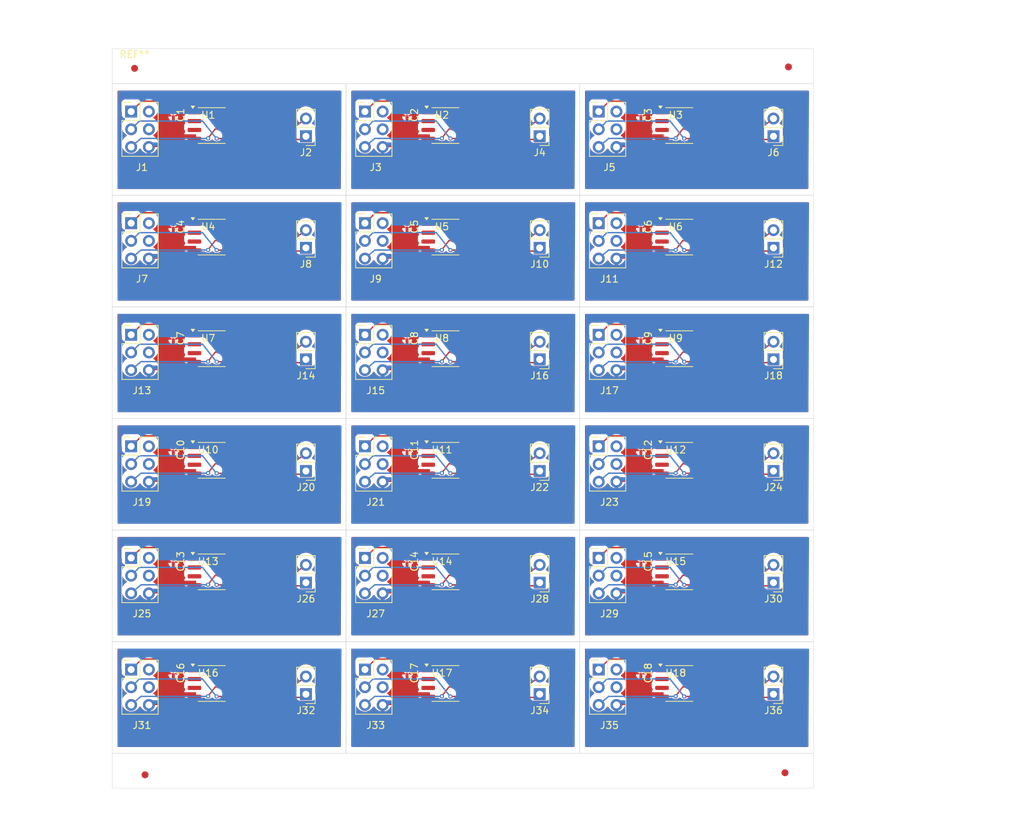
<source format=kicad_pcb>
(kicad_pcb (version 20240108) (generator "pcbnew") (generator_version "8.0")
  (layers (0 "F.Cu" signal) (31 "B.Cu" signal) (34 "B.Paste" user) (35 "F.Paste" user) (36 "B.SilkS" user "B.Silkscreen") (37 "F.SilkS" user "F.Silkscreen") (38 "B.Mask" user) (39 "F.Mask" user) (44 "Edge.Cuts" user))
  (net 0 "")
  (net 1 "GND")
  (net 2 "+3.3V")
  (net 3 "SCL")
  (net 6 "SDA")
  (footprint "Connector_PinHeader_2.54mm:PinHeader_2x03_P2.54mm_Vertical" (layer "F.Cu") (at 129.71 66)
    (property "Reference" "J17" (at 1.54 8 0) (layer "F.SilkS"))
    (property "Value" "Conn_02x03_Odd_Even")
    (pad "1" thru_hole rect (at 0 0) (size 1.7 1.7) (drill 1) (layers "*.Cu" "*.Mask") (net 2 "+3.3V"))
    (pad "2" thru_hole oval (at 2.54 0) (size 1.7 1.7) (drill 1) (layers "*.Cu" "*.Mask"))
    (pad "3" thru_hole oval (at 0 2.54) (size 1.7 1.7) (drill 1) (layers "*.Cu" "*.Mask") (net 6 "SDA"))
    (pad "4" thru_hole oval (at 2.54 2.54) (size 1.7 1.7) (drill 1) (layers "*.Cu" "*.Mask"))
    (pad "5" thru_hole oval (at 0 5.08) (size 1.7 1.7) (drill 1) (layers "*.Cu" "*.Mask") (net 3 "SCL"))
    (pad "6" thru_hole oval (at 2.54 5.08) (size 1.7 1.7) (drill 1) (layers "*.Cu" "*.Mask") (net 1 "GND"))
  )
  (footprint "Package_SO:SOIC-8_3.9x4.9mm_P1.27mm" (layer "F.Cu") (at 141.25 116)
    (property "Reference" "U18" (at -0.5 -1.5 0) (layer "F.SilkS"))
    (property "Value" "~")
    (pad "1" smd roundrect (at -2.475 -1.905) (size 1.95 0.6) (layers "F.Cu" "F.Paste" "F.Mask"))
    (pad "2" smd roundrect (at -2.475 -0.635) (size 1.95 0.6) (layers "F.Cu" "F.Paste" "F.Mask"))
    (pad "3" smd roundrect (at -2.475 0.635) (size 1.95 0.6) (layers "F.Cu" "F.Paste" "F.Mask"))
    (pad "4" smd roundrect (at -2.475 1.905) (size 1.95 0.6) (layers "F.Cu" "F.Paste" "F.Mask") (net 1 "GND"))
    (pad "5" smd roundrect (at 2.475 1.905) (size 1.95 0.6) (layers "F.Cu" "F.Paste" "F.Mask") (net 6 "SDA"))
    (pad "6" smd roundrect (at 2.475 0.635) (size 1.95 0.6) (layers "F.Cu" "F.Paste" "F.Mask") (net 3 "SCL"))
    (pad "7" smd roundrect (at 2.475 -0.635) (size 1.95 0.6) (layers "F.Cu" "F.Paste" "F.Mask"))
    (pad "8" smd roundrect (at 2.475 -1.905) (size 1.95 0.6) (layers "F.Cu" "F.Paste" "F.Mask") (net 2 "+3.3V"))
  )
  (footprint "Package_SO:SOIC-8_3.9x4.9mm_P1.27mm" (layer "F.Cu") (at 74.25 84)
    (property "Reference" "U10" (at -0.5 -1.5 0) (layer "F.SilkS"))
    (property "Value" "~")
    (pad "1" smd roundrect (at -2.475 -1.905) (size 1.95 0.6) (layers "F.Cu" "F.Paste" "F.Mask"))
    (pad "2" smd roundrect (at -2.475 -0.635) (size 1.95 0.6) (layers "F.Cu" "F.Paste" "F.Mask"))
    (pad "3" smd roundrect (at -2.475 0.635) (size 1.95 0.6) (layers "F.Cu" "F.Paste" "F.Mask"))
    (pad "4" smd roundrect (at -2.475 1.905) (size 1.95 0.6) (layers "F.Cu" "F.Paste" "F.Mask") (net 1 "GND"))
    (pad "5" smd roundrect (at 2.475 1.905) (size 1.95 0.6) (layers "F.Cu" "F.Paste" "F.Mask") (net 6 "SDA"))
    (pad "6" smd roundrect (at 2.475 0.635) (size 1.95 0.6) (layers "F.Cu" "F.Paste" "F.Mask") (net 3 "SCL"))
    (pad "7" smd roundrect (at 2.475 -0.635) (size 1.95 0.6) (layers "F.Cu" "F.Paste" "F.Mask"))
    (pad "8" smd roundrect (at 2.475 -1.905) (size 1.95 0.6) (layers "F.Cu" "F.Paste" "F.Mask") (net 2 "+3.3V"))
  )
  (footprint "Connector_PinHeader_2.54mm:PinHeader_2x03_P2.54mm_Vertical" (layer "F.Cu") (at 96.21 114)
    (property "Reference" "J33" (at 1.54 8 0) (layer "F.SilkS"))
    (property "Value" "Conn_02x03_Odd_Even")
    (pad "1" thru_hole rect (at 0 0) (size 1.7 1.7) (drill 1) (layers "*.Cu" "*.Mask") (net 2 "+3.3V"))
    (pad "2" thru_hole oval (at 2.54 0) (size 1.7 1.7) (drill 1) (layers "*.Cu" "*.Mask"))
    (pad "3" thru_hole oval (at 0 2.54) (size 1.7 1.7) (drill 1) (layers "*.Cu" "*.Mask") (net 6 "SDA"))
    (pad "4" thru_hole oval (at 2.54 2.54) (size 1.7 1.7) (drill 1) (layers "*.Cu" "*.Mask"))
    (pad "5" thru_hole oval (at 0 5.08) (size 1.7 1.7) (drill 1) (layers "*.Cu" "*.Mask") (net 3 "SCL"))
    (pad "6" thru_hole oval (at 2.54 5.08) (size 1.7 1.7) (drill 1) (layers "*.Cu" "*.Mask") (net 1 "GND"))
  )
  (footprint "Capacitor_SMD:C_0201_0603Metric_Pad0.64x0.40mm_HandSolder" (layer "F.Cu") (at 68.75 98.5 -90)
    (property "Reference" "C13" (at 0 -1.05 90) (layer "F.SilkS"))
    (property "Value" "C 0.1uf")
    (pad "1" smd roundrect (at -0.4075 0 270) (size 0.635 0.4) (layers "F.Cu" "F.Mask") (net 2 "+3.3V"))
    (pad "2" smd roundrect (at 0.4075 0 270) (size 0.635 0.4) (layers "F.Cu" "F.Mask") (net 1 "GND"))
  )
  (footprint "Package_SO:SOIC-8_3.9x4.9mm_P1.27mm" (layer "F.Cu") (at 107.75 84)
    (property "Reference" "U11" (at -0.5 -1.5 0) (layer "F.SilkS"))
    (property "Value" "~")
    (pad "1" smd roundrect (at -2.475 -1.905) (size 1.95 0.6) (layers "F.Cu" "F.Paste" "F.Mask"))
    (pad "2" smd roundrect (at -2.475 -0.635) (size 1.95 0.6) (layers "F.Cu" "F.Paste" "F.Mask"))
    (pad "3" smd roundrect (at -2.475 0.635) (size 1.95 0.6) (layers "F.Cu" "F.Paste" "F.Mask"))
    (pad "4" smd roundrect (at -2.475 1.905) (size 1.95 0.6) (layers "F.Cu" "F.Paste" "F.Mask") (net 1 "GND"))
    (pad "5" smd roundrect (at 2.475 1.905) (size 1.95 0.6) (layers "F.Cu" "F.Paste" "F.Mask") (net 6 "SDA"))
    (pad "6" smd roundrect (at 2.475 0.635) (size 1.95 0.6) (layers "F.Cu" "F.Paste" "F.Mask") (net 3 "SCL"))
    (pad "7" smd roundrect (at 2.475 -0.635) (size 1.95 0.6) (layers "F.Cu" "F.Paste" "F.Mask"))
    (pad "8" smd roundrect (at 2.475 -1.905) (size 1.95 0.6) (layers "F.Cu" "F.Paste" "F.Mask") (net 2 "+3.3V"))
  )
  (footprint "Package_SO:SOIC-8_3.9x4.9mm_P1.27mm" (layer "F.Cu") (at 107.75 100)
    (property "Reference" "U14" (at -0.5 -1.5 0) (layer "F.SilkS"))
    (property "Value" "~")
    (pad "1" smd roundrect (at -2.475 -1.905) (size 1.95 0.6) (layers "F.Cu" "F.Paste" "F.Mask"))
    (pad "2" smd roundrect (at -2.475 -0.635) (size 1.95 0.6) (layers "F.Cu" "F.Paste" "F.Mask"))
    (pad "3" smd roundrect (at -2.475 0.635) (size 1.95 0.6) (layers "F.Cu" "F.Paste" "F.Mask"))
    (pad "4" smd roundrect (at -2.475 1.905) (size 1.95 0.6) (layers "F.Cu" "F.Paste" "F.Mask") (net 1 "GND"))
    (pad "5" smd roundrect (at 2.475 1.905) (size 1.95 0.6) (layers "F.Cu" "F.Paste" "F.Mask") (net 6 "SDA"))
    (pad "6" smd roundrect (at 2.475 0.635) (size 1.95 0.6) (layers "F.Cu" "F.Paste" "F.Mask") (net 3 "SCL"))
    (pad "7" smd roundrect (at 2.475 -0.635) (size 1.95 0.6) (layers "F.Cu" "F.Paste" "F.Mask"))
    (pad "8" smd roundrect (at 2.475 -1.905) (size 1.95 0.6) (layers "F.Cu" "F.Paste" "F.Mask") (net 2 "+3.3V"))
  )
  (footprint "Package_SO:SOIC-8_3.9x4.9mm_P1.27mm" (layer "F.Cu") (at 74.25 68)
    (property "Reference" "U7" (at -0.5 -1.5 0) (layer "F.SilkS"))
    (property "Value" "~")
    (pad "1" smd roundrect (at -2.475 -1.905) (size 1.95 0.6) (layers "F.Cu" "F.Paste" "F.Mask"))
    (pad "2" smd roundrect (at -2.475 -0.635) (size 1.95 0.6) (layers "F.Cu" "F.Paste" "F.Mask"))
    (pad "3" smd roundrect (at -2.475 0.635) (size 1.95 0.6) (layers "F.Cu" "F.Paste" "F.Mask"))
    (pad "4" smd roundrect (at -2.475 1.905) (size 1.95 0.6) (layers "F.Cu" "F.Paste" "F.Mask") (net 1 "GND"))
    (pad "5" smd roundrect (at 2.475 1.905) (size 1.95 0.6) (layers "F.Cu" "F.Paste" "F.Mask") (net 6 "SDA"))
    (pad "6" smd roundrect (at 2.475 0.635) (size 1.95 0.6) (layers "F.Cu" "F.Paste" "F.Mask") (net 3 "SCL"))
    (pad "7" smd roundrect (at 2.475 -0.635) (size 1.95 0.6) (layers "F.Cu" "F.Paste" "F.Mask"))
    (pad "8" smd roundrect (at 2.475 -1.905) (size 1.95 0.6) (layers "F.Cu" "F.Paste" "F.Mask") (net 2 "+3.3V"))
  )
  (footprint "Package_SO:SOIC-8_3.9x4.9mm_P1.27mm" (layer "F.Cu") (at 107.75 36)
    (property "Reference" "U2" (at -0.5 -1.5 0) (layer "F.SilkS"))
    (property "Value" "~")
    (pad "1" smd roundrect (at -2.475 -1.905) (size 1.95 0.6) (layers "F.Cu" "F.Paste" "F.Mask"))
    (pad "2" smd roundrect (at -2.475 -0.635) (size 1.95 0.6) (layers "F.Cu" "F.Paste" "F.Mask"))
    (pad "3" smd roundrect (at -2.475 0.635) (size 1.95 0.6) (layers "F.Cu" "F.Paste" "F.Mask"))
    (pad "4" smd roundrect (at -2.475 1.905) (size 1.95 0.6) (layers "F.Cu" "F.Paste" "F.Mask") (net 1 "GND"))
    (pad "5" smd roundrect (at 2.475 1.905) (size 1.95 0.6) (layers "F.Cu" "F.Paste" "F.Mask") (net 6 "SDA"))
    (pad "6" smd roundrect (at 2.475 0.635) (size 1.95 0.6) (layers "F.Cu" "F.Paste" "F.Mask") (net 3 "SCL"))
    (pad "7" smd roundrect (at 2.475 -0.635) (size 1.95 0.6) (layers "F.Cu" "F.Paste" "F.Mask"))
    (pad "8" smd roundrect (at 2.475 -1.905) (size 1.95 0.6) (layers "F.Cu" "F.Paste" "F.Mask") (net 2 "+3.3V"))
  )
  (footprint "Package_SO:SOIC-8_3.9x4.9mm_P1.27mm" (layer "F.Cu") (at 107.75 52)
    (property "Reference" "U5" (at -0.5 -1.5 0) (layer "F.SilkS"))
    (property "Value" "~")
    (pad "1" smd roundrect (at -2.475 -1.905) (size 1.95 0.6) (layers "F.Cu" "F.Paste" "F.Mask"))
    (pad "2" smd roundrect (at -2.475 -0.635) (size 1.95 0.6) (layers "F.Cu" "F.Paste" "F.Mask"))
    (pad "3" smd roundrect (at -2.475 0.635) (size 1.95 0.6) (layers "F.Cu" "F.Paste" "F.Mask"))
    (pad "4" smd roundrect (at -2.475 1.905) (size 1.95 0.6) (layers "F.Cu" "F.Paste" "F.Mask") (net 1 "GND"))
    (pad "5" smd roundrect (at 2.475 1.905) (size 1.95 0.6) (layers "F.Cu" "F.Paste" "F.Mask") (net 6 "SDA"))
    (pad "6" smd roundrect (at 2.475 0.635) (size 1.95 0.6) (layers "F.Cu" "F.Paste" "F.Mask") (net 3 "SCL"))
    (pad "7" smd roundrect (at 2.475 -0.635) (size 1.95 0.6) (layers "F.Cu" "F.Paste" "F.Mask"))
    (pad "8" smd roundrect (at 2.475 -1.905) (size 1.95 0.6) (layers "F.Cu" "F.Paste" "F.Mask") (net 2 "+3.3V"))
  )
  (footprint "" (layer "F.Cu") (at 156.4 128.8)
    (property "Reference" "" (at 0 0 0) (layer "F.SilkS") (effects (font (size 1.27 1.27))))
    (property "Value" "")
    (pad "" smd circle (at 0 0) (size 1 1) (layers "F.Cu" "F.Mask") (clearance 0.5))
  )
  (footprint "Connector_PinHeader_2.54mm:PinHeader_1x02_P2.54mm_Vertical" (layer "F.Cu") (at 121.25 37.54 180)
    (property "Reference" "J4" (at 0 -2.33 180) (layer "F.SilkS"))
    (property "Value" "Conn_01x02_Pin")
    (pad "1" thru_hole rect (at 0 0 180) (size 1.7 1.7) (drill 1) (layers "*.Cu" "*.Mask") (net 6 "SDA"))
    (pad "2" thru_hole oval (at 0 2.54 180) (size 1.7 1.7) (drill 1) (layers "*.Cu" "*.Mask") (net 3 "SCL"))
  )
  (footprint "Connector_PinHeader_2.54mm:PinHeader_1x02_P2.54mm_Vertical" (layer "F.Cu") (at 154.75 101.54 180)
    (property "Reference" "J30" (at 0 -2.33 180) (layer "F.SilkS"))
    (property "Value" "Conn_01x02_Pin")
    (pad "1" thru_hole rect (at 0 0 180) (size 1.7 1.7) (drill 1) (layers "*.Cu" "*.Mask") (net 6 "SDA"))
    (pad "2" thru_hole oval (at 0 2.54 180) (size 1.7 1.7) (drill 1) (layers "*.Cu" "*.Mask") (net 3 "SCL"))
  )
  (footprint "Capacitor_SMD:C_0201_0603Metric_Pad0.64x0.40mm_HandSolder" (layer "F.Cu") (at 135.75 114.5 -90)
    (property "Reference" "C18" (at 0 -1.05 90) (layer "F.SilkS"))
    (property "Value" "C 0.1uf")
    (pad "1" smd roundrect (at -0.4075 0 270) (size 0.635 0.4) (layers "F.Cu" "F.Mask") (net 2 "+3.3V"))
    (pad "2" smd roundrect (at 0.4075 0 270) (size 0.635 0.4) (layers "F.Cu" "F.Mask") (net 1 "GND"))
  )
  (footprint "Connector_PinHeader_2.54mm:PinHeader_1x02_P2.54mm_Vertical" (layer "F.Cu") (at 87.75 37.54 180)
    (property "Reference" "J2" (at 0 -2.33 180) (layer "F.SilkS"))
    (property "Value" "Conn_01x02_Pin")
    (pad "1" thru_hole rect (at 0 0 180) (size 1.7 1.7) (drill 1) (layers "*.Cu" "*.Mask") (net 6 "SDA"))
    (pad "2" thru_hole oval (at 0 2.54 180) (size 1.7 1.7) (drill 1) (layers "*.Cu" "*.Mask") (net 3 "SCL"))
  )
  (footprint "Connector_PinHeader_2.54mm:PinHeader_2x03_P2.54mm_Vertical" (layer "F.Cu") (at 62.71 98)
    (property "Reference" "J25" (at 1.54 8 0) (layer "F.SilkS"))
    (property "Value" "Conn_02x03_Odd_Even")
    (pad "1" thru_hole rect (at 0 0) (size 1.7 1.7) (drill 1) (layers "*.Cu" "*.Mask") (net 2 "+3.3V"))
    (pad "2" thru_hole oval (at 2.54 0) (size 1.7 1.7) (drill 1) (layers "*.Cu" "*.Mask"))
    (pad "3" thru_hole oval (at 0 2.54) (size 1.7 1.7) (drill 1) (layers "*.Cu" "*.Mask") (net 6 "SDA"))
    (pad "4" thru_hole oval (at 2.54 2.54) (size 1.7 1.7) (drill 1) (layers "*.Cu" "*.Mask"))
    (pad "5" thru_hole oval (at 0 5.08) (size 1.7 1.7) (drill 1) (layers "*.Cu" "*.Mask") (net 3 "SCL"))
    (pad "6" thru_hole oval (at 2.54 5.08) (size 1.7 1.7) (drill 1) (layers "*.Cu" "*.Mask") (net 1 "GND"))
  )
  (footprint "Capacitor_SMD:C_0201_0603Metric_Pad0.64x0.40mm_HandSolder" (layer "F.Cu") (at 68.75 50.5 -90)
    (property "Reference" "C4" (at 0 -1.05 90) (layer "F.SilkS"))
    (property "Value" "C 0.1uf")
    (pad "1" smd roundrect (at -0.4075 0 270) (size 0.635 0.4) (layers "F.Cu" "F.Mask") (net 2 "+3.3V"))
    (pad "2" smd roundrect (at 0.4075 0 270) (size 0.635 0.4) (layers "F.Cu" "F.Mask") (net 1 "GND"))
  )
  (footprint "Capacitor_SMD:C_0201_0603Metric_Pad0.64x0.40mm_HandSolder" (layer "F.Cu") (at 135.75 66.5 -90)
    (property "Reference" "C9" (at 0 -1.05 90) (layer "F.SilkS"))
    (property "Value" "C 0.1uf")
    (pad "1" smd roundrect (at -0.4075 0 270) (size 0.635 0.4) (layers "F.Cu" "F.Mask") (net 2 "+3.3V"))
    (pad "2" smd roundrect (at 0.4075 0 270) (size 0.635 0.4) (layers "F.Cu" "F.Mask") (net 1 "GND"))
  )
  (footprint "Capacitor_SMD:C_0201_0603Metric_Pad0.64x0.40mm_HandSolder" (layer "F.Cu") (at 102.25 82.5 -90)
    (property "Reference" "C11" (at 0 -1.05 90) (layer "F.SilkS"))
    (property "Value" "C 0.1uf")
    (pad "1" smd roundrect (at -0.4075 0 270) (size 0.635 0.4) (layers "F.Cu" "F.Mask") (net 2 "+3.3V"))
    (pad "2" smd roundrect (at 0.4075 0 270) (size 0.635 0.4) (layers "F.Cu" "F.Mask") (net 1 "GND"))
  )
  (footprint "Capacitor_SMD:C_0201_0603Metric_Pad0.64x0.40mm_HandSolder" (layer "F.Cu") (at 102.25 66.5 -90)
    (property "Reference" "C8" (at 0 -1.05 90) (layer "F.SilkS"))
    (property "Value" "C 0.1uf")
    (pad "1" smd roundrect (at -0.4075 0 270) (size 0.635 0.4) (layers "F.Cu" "F.Mask") (net 2 "+3.3V"))
    (pad "2" smd roundrect (at 0.4075 0 270) (size 0.635 0.4) (layers "F.Cu" "F.Mask") (net 1 "GND"))
  )
  (footprint "Package_SO:SOIC-8_3.9x4.9mm_P1.27mm" (layer "F.Cu") (at 141.25 100)
    (property "Reference" "U15" (at -0.5 -1.5 0) (layer "F.SilkS"))
    (property "Value" "~")
    (pad "1" smd roundrect (at -2.475 -1.905) (size 1.95 0.6) (layers "F.Cu" "F.Paste" "F.Mask"))
    (pad "2" smd roundrect (at -2.475 -0.635) (size 1.95 0.6) (layers "F.Cu" "F.Paste" "F.Mask"))
    (pad "3" smd roundrect (at -2.475 0.635) (size 1.95 0.6) (layers "F.Cu" "F.Paste" "F.Mask"))
    (pad "4" smd roundrect (at -2.475 1.905) (size 1.95 0.6) (layers "F.Cu" "F.Paste" "F.Mask") (net 1 "GND"))
    (pad "5" smd roundrect (at 2.475 1.905) (size 1.95 0.6) (layers "F.Cu" "F.Paste" "F.Mask") (net 6 "SDA"))
    (pad "6" smd roundrect (at 2.475 0.635) (size 1.95 0.6) (layers "F.Cu" "F.Paste" "F.Mask") (net 3 "SCL"))
    (pad "7" smd roundrect (at 2.475 -0.635) (size 1.95 0.6) (layers "F.Cu" "F.Paste" "F.Mask"))
    (pad "8" smd roundrect (at 2.475 -1.905) (size 1.95 0.6) (layers "F.Cu" "F.Paste" "F.Mask") (net 2 "+3.3V"))
  )
  (footprint "Connector_PinHeader_2.54mm:PinHeader_1x02_P2.54mm_Vertical" (layer "F.Cu") (at 121.25 53.54 180)
    (property "Reference" "J10" (at 0 -2.33 180) (layer "F.SilkS"))
    (property "Value" "Conn_01x02_Pin")
    (pad "1" thru_hole rect (at 0 0 180) (size 1.7 1.7) (drill 1) (layers "*.Cu" "*.Mask") (net 6 "SDA"))
    (pad "2" thru_hole oval (at 0 2.54 180) (size 1.7 1.7) (drill 1) (layers "*.Cu" "*.Mask") (net 3 "SCL"))
  )
  (footprint "Connector_PinHeader_2.54mm:PinHeader_1x02_P2.54mm_Vertical" (layer "F.Cu") (at 121.25 69.54 180)
    (property "Reference" "J16" (at 0 -2.33 180) (layer "F.SilkS"))
    (property "Value" "Conn_01x02_Pin")
    (pad "1" thru_hole rect (at 0 0 180) (size 1.7 1.7) (drill 1) (layers "*.Cu" "*.Mask") (net 6 "SDA"))
    (pad "2" thru_hole oval (at 0 2.54 180) (size 1.7 1.7) (drill 1) (layers "*.Cu" "*.Mask") (net 3 "SCL"))
  )
  (footprint "Connector_PinHeader_2.54mm:PinHeader_2x03_P2.54mm_Vertical" (layer "F.Cu") (at 96.21 66)
    (property "Reference" "J15" (at 1.54 8 0) (layer "F.SilkS"))
    (property "Value" "Conn_02x03_Odd_Even")
    (pad "1" thru_hole rect (at 0 0) (size 1.7 1.7) (drill 1) (layers "*.Cu" "*.Mask") (net 2 "+3.3V"))
    (pad "2" thru_hole oval (at 2.54 0) (size 1.7 1.7) (drill 1) (layers "*.Cu" "*.Mask"))
    (pad "3" thru_hole oval (at 0 2.54) (size 1.7 1.7) (drill 1) (layers "*.Cu" "*.Mask") (net 6 "SDA"))
    (pad "4" thru_hole oval (at 2.54 2.54) (size 1.7 1.7) (drill 1) (layers "*.Cu" "*.Mask"))
    (pad "5" thru_hole oval (at 0 5.08) (size 1.7 1.7) (drill 1) (layers "*.Cu" "*.Mask") (net 3 "SCL"))
    (pad "6" thru_hole oval (at 2.54 5.08) (size 1.7 1.7) (drill 1) (layers "*.Cu" "*.Mask") (net 1 "GND"))
  )
  (footprint "Capacitor_SMD:C_0201_0603Metric_Pad0.64x0.40mm_HandSolder" (layer "F.Cu") (at 135.75 50.5 -90)
    (property "Reference" "C6" (at 0 -1.05 90) (layer "F.SilkS"))
    (property "Value" "C 0.1uf")
    (pad "1" smd roundrect (at -0.4075 0 270) (size 0.635 0.4) (layers "F.Cu" "F.Mask") (net 2 "+3.3V"))
    (pad "2" smd roundrect (at 0.4075 0 270) (size 0.635 0.4) (layers "F.Cu" "F.Mask") (net 1 "GND"))
  )
  (footprint "Capacitor_SMD:C_0201_0603Metric_Pad0.64x0.40mm_HandSolder" (layer "F.Cu") (at 135.75 98.5 -90)
    (property "Reference" "C15" (at 0 -1.05 90) (layer "F.SilkS"))
    (property "Value" "C 0.1uf")
    (pad "1" smd roundrect (at -0.4075 0 270) (size 0.635 0.4) (layers "F.Cu" "F.Mask") (net 2 "+3.3V"))
    (pad "2" smd roundrect (at 0.4075 0 270) (size 0.635 0.4) (layers "F.Cu" "F.Mask") (net 1 "GND"))
  )
  (footprint "Package_SO:SOIC-8_3.9x4.9mm_P1.27mm" (layer "F.Cu") (at 141.25 68)
    (property "Reference" "U9" (at -0.5 -1.5 0) (layer "F.SilkS"))
    (property "Value" "~")
    (pad "1" smd roundrect (at -2.475 -1.905) (size 1.95 0.6) (layers "F.Cu" "F.Paste" "F.Mask"))
    (pad "2" smd roundrect (at -2.475 -0.635) (size 1.95 0.6) (layers "F.Cu" "F.Paste" "F.Mask"))
    (pad "3" smd roundrect (at -2.475 0.635) (size 1.95 0.6) (layers "F.Cu" "F.Paste" "F.Mask"))
    (pad "4" smd roundrect (at -2.475 1.905) (size 1.95 0.6) (layers "F.Cu" "F.Paste" "F.Mask") (net 1 "GND"))
    (pad "5" smd roundrect (at 2.475 1.905) (size 1.95 0.6) (layers "F.Cu" "F.Paste" "F.Mask") (net 6 "SDA"))
    (pad "6" smd roundrect (at 2.475 0.635) (size 1.95 0.6) (layers "F.Cu" "F.Paste" "F.Mask") (net 3 "SCL"))
    (pad "7" smd roundrect (at 2.475 -0.635) (size 1.95 0.6) (layers "F.Cu" "F.Paste" "F.Mask"))
    (pad "8" smd roundrect (at 2.475 -1.905) (size 1.95 0.6) (layers "F.Cu" "F.Paste" "F.Mask") (net 2 "+3.3V"))
  )
  (footprint "Connector_PinHeader_2.54mm:PinHeader_2x03_P2.54mm_Vertical" (layer "F.Cu") (at 129.71 98)
    (property "Reference" "J29" (at 1.54 8 0) (layer "F.SilkS"))
    (property "Value" "Conn_02x03_Odd_Even")
    (pad "1" thru_hole rect (at 0 0) (size 1.7 1.7) (drill 1) (layers "*.Cu" "*.Mask") (net 2 "+3.3V"))
    (pad "2" thru_hole oval (at 2.54 0) (size 1.7 1.7) (drill 1) (layers "*.Cu" "*.Mask"))
    (pad "3" thru_hole oval (at 0 2.54) (size 1.7 1.7) (drill 1) (layers "*.Cu" "*.Mask") (net 6 "SDA"))
    (pad "4" thru_hole oval (at 2.54 2.54) (size 1.7 1.7) (drill 1) (layers "*.Cu" "*.Mask"))
    (pad "5" thru_hole oval (at 0 5.08) (size 1.7 1.7) (drill 1) (layers "*.Cu" "*.Mask") (net 3 "SCL"))
    (pad "6" thru_hole oval (at 2.54 5.08) (size 1.7 1.7) (drill 1) (layers "*.Cu" "*.Mask") (net 1 "GND"))
  )
  (footprint "Connector_PinHeader_2.54mm:PinHeader_1x02_P2.54mm_Vertical" (layer "F.Cu") (at 87.75 117.54 180)
    (property "Reference" "J32" (at 0 -2.33 180) (layer "F.SilkS"))
    (property "Value" "Conn_01x02_Pin")
    (pad "1" thru_hole rect (at 0 0 180) (size 1.7 1.7) (drill 1) (layers "*.Cu" "*.Mask") (net 6 "SDA"))
    (pad "2" thru_hole oval (at 0 2.54 180) (size 1.7 1.7) (drill 1) (layers "*.Cu" "*.Mask") (net 3 "SCL"))
  )
  (footprint "Connector_PinHeader_2.54mm:PinHeader_1x02_P2.54mm_Vertical" (layer "F.Cu") (at 87.75 101.54 180)
    (property "Reference" "J26" (at 0 -2.33 180) (layer "F.SilkS"))
    (property "Value" "Conn_01x02_Pin")
    (pad "1" thru_hole rect (at 0 0 180) (size 1.7 1.7) (drill 1) (layers "*.Cu" "*.Mask") (net 6 "SDA"))
    (pad "2" thru_hole oval (at 0 2.54 180) (size 1.7 1.7) (drill 1) (layers "*.Cu" "*.Mask") (net 3 "SCL"))
  )
  (footprint "" (layer "F.Cu") (at 64.7 129.1)
    (property "Reference" "" (at 0 0 0) (layer "F.SilkS") (effects (font (size 1.27 1.27))))
    (property "Value" "")
    (pad "" smd circle (at 0 0) (size 1 1) (layers "F.Cu" "F.Mask") (clearance 0.5))
  )
  (footprint "Capacitor_SMD:C_0201_0603Metric_Pad0.64x0.40mm_HandSolder" (layer "F.Cu") (at 135.75 34.5 -90)
    (property "Reference" "C3" (at 0 -1.05 90) (layer "F.SilkS"))
    (property "Value" "C 0.1uf")
    (pad "1" smd roundrect (at -0.4075 0 270) (size 0.635 0.4) (layers "F.Cu" "F.Mask") (net 2 "+3.3V"))
    (pad "2" smd roundrect (at 0.4075 0 270) (size 0.635 0.4) (layers "F.Cu" "F.Mask") (net 1 "GND"))
  )
  (footprint "Connector_PinHeader_2.54mm:PinHeader_1x02_P2.54mm_Vertical" (layer "F.Cu") (at 121.25 101.54 180)
    (property "Reference" "J28" (at 0 -2.33 180) (layer "F.SilkS"))
    (property "Value" "Conn_01x02_Pin")
    (pad "1" thru_hole rect (at 0 0 180) (size 1.7 1.7) (drill 1) (layers "*.Cu" "*.Mask") (net 6 "SDA"))
    (pad "2" thru_hole oval (at 0 2.54 180) (size 1.7 1.7) (drill 1) (layers "*.Cu" "*.Mask") (net 3 "SCL"))
  )
  (footprint "Connector_PinHeader_2.54mm:PinHeader_2x03_P2.54mm_Vertical" (layer "F.Cu") (at 96.21 98)
    (property "Reference" "J27" (at 1.54 8 0) (layer "F.SilkS"))
    (property "Value" "Conn_02x03_Odd_Even")
    (pad "1" thru_hole rect (at 0 0) (size 1.7 1.7) (drill 1) (layers "*.Cu" "*.Mask") (net 2 "+3.3V"))
    (pad "2" thru_hole oval (at 2.54 0) (size 1.7 1.7) (drill 1) (layers "*.Cu" "*.Mask"))
    (pad "3" thru_hole oval (at 0 2.54) (size 1.7 1.7) (drill 1) (layers "*.Cu" "*.Mask") (net 6 "SDA"))
    (pad "4" thru_hole oval (at 2.54 2.54) (size 1.7 1.7) (drill 1) (layers "*.Cu" "*.Mask"))
    (pad "5" thru_hole oval (at 0 5.08) (size 1.7 1.7) (drill 1) (layers "*.Cu" "*.Mask") (net 3 "SCL"))
    (pad "6" thru_hole oval (at 2.54 5.08) (size 1.7 1.7) (drill 1) (layers "*.Cu" "*.Mask") (net 1 "GND"))
  )
  (footprint "Connector_PinHeader_2.54mm:PinHeader_2x03_P2.54mm_Vertical" (layer "F.Cu") (at 62.71 114)
    (property "Reference" "J31" (at 1.54 8 0) (layer "F.SilkS"))
    (property "Value" "Conn_02x03_Odd_Even")
    (pad "1" thru_hole rect (at 0 0) (size 1.7 1.7) (drill 1) (layers "*.Cu" "*.Mask") (net 2 "+3.3V"))
    (pad "2" thru_hole oval (at 2.54 0) (size 1.7 1.7) (drill 1) (layers "*.Cu" "*.Mask"))
    (pad "3" thru_hole oval (at 0 2.54) (size 1.7 1.7) (drill 1) (layers "*.Cu" "*.Mask") (net 6 "SDA"))
    (pad "4" thru_hole oval (at 2.54 2.54) (size 1.7 1.7) (drill 1) (layers "*.Cu" "*.Mask"))
    (pad "5" thru_hole oval (at 0 5.08) (size 1.7 1.7) (drill 1) (layers "*.Cu" "*.Mask") (net 3 "SCL"))
    (pad "6" thru_hole oval (at 2.54 5.08) (size 1.7 1.7) (drill 1) (layers "*.Cu" "*.Mask") (net 1 "GND"))
  )
  (footprint "Capacitor_SMD:C_0201_0603Metric_Pad0.64x0.40mm_HandSolder" (layer "F.Cu") (at 102.25 50.5 -90)
    (property "Reference" "C5" (at 0 -1.05 90) (layer "F.SilkS"))
    (property "Value" "C 0.1uf")
    (pad "1" smd roundrect (at -0.4075 0 270) (size 0.635 0.4) (layers "F.Cu" "F.Mask") (net 2 "+3.3V"))
    (pad "2" smd roundrect (at 0.4075 0 270) (size 0.635 0.4) (layers "F.Cu" "F.Mask") (net 1 "GND"))
  )
  (footprint "Package_SO:SOIC-8_3.9x4.9mm_P1.27mm" (layer "F.Cu") (at 74.25 116)
    (property "Reference" "U16" (at -0.5 -1.5 0) (layer "F.SilkS"))
    (property "Value" "~")
    (pad "1" smd roundrect (at -2.475 -1.905) (size 1.95 0.6) (layers "F.Cu" "F.Paste" "F.Mask"))
    (pad "2" smd roundrect (at -2.475 -0.635) (size 1.95 0.6) (layers "F.Cu" "F.Paste" "F.Mask"))
    (pad "3" smd roundrect (at -2.475 0.635) (size 1.95 0.6) (layers "F.Cu" "F.Paste" "F.Mask"))
    (pad "4" smd roundrect (at -2.475 1.905) (size 1.95 0.6) (layers "F.Cu" "F.Paste" "F.Mask") (net 1 "GND"))
    (pad "5" smd roundrect (at 2.475 1.905) (size 1.95 0.6) (layers "F.Cu" "F.Paste" "F.Mask") (net 6 "SDA"))
    (pad "6" smd roundrect (at 2.475 0.635) (size 1.95 0.6) (layers "F.Cu" "F.Paste" "F.Mask") (net 3 "SCL"))
    (pad "7" smd roundrect (at 2.475 -0.635) (size 1.95 0.6) (layers "F.Cu" "F.Paste" "F.Mask"))
    (pad "8" smd roundrect (at 2.475 -1.905) (size 1.95 0.6) (layers "F.Cu" "F.Paste" "F.Mask") (net 2 "+3.3V"))
  )
  (footprint "Connector_PinHeader_2.54mm:PinHeader_1x02_P2.54mm_Vertical" (layer "F.Cu") (at 121.25 117.54 180)
    (property "Reference" "J34" (at 0 -2.33 180) (layer "F.SilkS"))
    (property "Value" "Conn_01x02_Pin")
    (pad "1" thru_hole rect (at 0 0 180) (size 1.7 1.7) (drill 1) (layers "*.Cu" "*.Mask") (net 6 "SDA"))
    (pad "2" thru_hole oval (at 0 2.54 180) (size 1.7 1.7) (drill 1) (layers "*.Cu" "*.Mask") (net 3 "SCL"))
  )
  (footprint "Package_SO:SOIC-8_3.9x4.9mm_P1.27mm" (layer "F.Cu") (at 141.25 84)
    (property "Reference" "U12" (at -0.5 -1.5 0) (layer "F.SilkS"))
    (property "Value" "~")
    (pad "1" smd roundrect (at -2.475 -1.905) (size 1.95 0.6) (layers "F.Cu" "F.Paste" "F.Mask"))
    (pad "2" smd roundrect (at -2.475 -0.635) (size 1.95 0.6) (layers "F.Cu" "F.Paste" "F.Mask"))
    (pad "3" smd roundrect (at -2.475 0.635) (size 1.95 0.6) (layers "F.Cu" "F.Paste" "F.Mask"))
    (pad "4" smd roundrect (at -2.475 1.905) (size 1.95 0.6) (layers "F.Cu" "F.Paste" "F.Mask") (net 1 "GND"))
    (pad "5" smd roundrect (at 2.475 1.905) (size 1.95 0.6) (layers "F.Cu" "F.Paste" "F.Mask") (net 6 "SDA"))
    (pad "6" smd roundrect (at 2.475 0.635) (size 1.95 0.6) (layers "F.Cu" "F.Paste" "F.Mask") (net 3 "SCL"))
    (pad "7" smd roundrect (at 2.475 -0.635) (size 1.95 0.6) (layers "F.Cu" "F.Paste" "F.Mask"))
    (pad "8" smd roundrect (at 2.475 -1.905) (size 1.95 0.6) (layers "F.Cu" "F.Paste" "F.Mask") (net 2 "+3.3V"))
  )
  (footprint "Capacitor_SMD:C_0201_0603Metric_Pad0.64x0.40mm_HandSolder" (layer "F.Cu") (at 102.25 34.5 -90)
    (property "Reference" "C2" (at 0 -1.05 90) (layer "F.SilkS"))
    (property "Value" "C 0.1uf")
    (pad "1" smd roundrect (at -0.4075 0 270) (size 0.635 0.4) (layers "F.Cu" "F.Mask") (net 2 "+3.3V"))
    (pad "2" smd roundrect (at 0.4075 0 270) (size 0.635 0.4) (layers "F.Cu" "F.Mask") (net 1 "GND"))
  )
  (footprint "Connector_PinHeader_2.54mm:PinHeader_1x02_P2.54mm_Vertical" (layer "F.Cu") (at 154.75 53.54 180)
    (property "Reference" "J12" (at 0 -2.33 180) (layer "F.SilkS"))
    (property "Value" "Conn_01x02_Pin")
    (pad "1" thru_hole rect (at 0 0 180) (size 1.7 1.7) (drill 1) (layers "*.Cu" "*.Mask") (net 6 "SDA"))
    (pad "2" thru_hole oval (at 0 2.54 180) (size 1.7 1.7) (drill 1) (layers "*.Cu" "*.Mask") (net 3 "SCL"))
  )
  (footprint "Capacitor_SMD:C_0201_0603Metric_Pad0.64x0.40mm_HandSolder" (layer "F.Cu") (at 102.25 114.5 -90)
    (property "Reference" "C17" (at 0 -1.05 90) (layer "F.SilkS"))
    (property "Value" "C 0.1uf")
    (pad "1" smd roundrect (at -0.4075 0 270) (size 0.635 0.4) (layers "F.Cu" "F.Mask") (net 2 "+3.3V"))
    (pad "2" smd roundrect (at 0.4075 0 270) (size 0.635 0.4) (layers "F.Cu" "F.Mask") (net 1 "GND"))
  )
  (footprint "Capacitor_SMD:C_0201_0603Metric_Pad0.64x0.40mm_HandSolder" (layer "F.Cu") (at 102.25 98.5 -90)
    (property "Reference" "C14" (at 0 -1.05 90) (layer "F.SilkS"))
    (property "Value" "C 0.1uf")
    (pad "1" smd roundrect (at -0.4075 0 270) (size 0.635 0.4) (layers "F.Cu" "F.Mask") (net 2 "+3.3V"))
    (pad "2" smd roundrect (at 0.4075 0 270) (size 0.635 0.4) (layers "F.Cu" "F.Mask") (net 1 "GND"))
  )
  (footprint "Package_SO:SOIC-8_3.9x4.9mm_P1.27mm" (layer "F.Cu") (at 74.25 52)
    (property "Reference" "U4" (at -0.5 -1.5 0) (layer "F.SilkS"))
    (property "Value" "~")
    (pad "1" smd roundrect (at -2.475 -1.905) (size 1.95 0.6) (layers "F.Cu" "F.Paste" "F.Mask"))
    (pad "2" smd roundrect (at -2.475 -0.635) (size 1.95 0.6) (layers "F.Cu" "F.Paste" "F.Mask"))
    (pad "3" smd roundrect (at -2.475 0.635) (size 1.95 0.6) (layers "F.Cu" "F.Paste" "F.Mask"))
    (pad "4" smd roundrect (at -2.475 1.905) (size 1.95 0.6) (layers "F.Cu" "F.Paste" "F.Mask") (net 1 "GND"))
    (pad "5" smd roundrect (at 2.475 1.905) (size 1.95 0.6) (layers "F.Cu" "F.Paste" "F.Mask") (net 6 "SDA"))
    (pad "6" smd roundrect (at 2.475 0.635) (size 1.95 0.6) (layers "F.Cu" "F.Paste" "F.Mask") (net 3 "SCL"))
    (pad "7" smd roundrect (at 2.475 -0.635) (size 1.95 0.6) (layers "F.Cu" "F.Paste" "F.Mask"))
    (pad "8" smd roundrect (at 2.475 -1.905) (size 1.95 0.6) (layers "F.Cu" "F.Paste" "F.Mask") (net 2 "+3.3V"))
  )
  (footprint "Connector_PinHeader_2.54mm:PinHeader_1x02_P2.54mm_Vertical" (layer "F.Cu") (at 87.75 85.54 180)
    (property "Reference" "J20" (at 0 -2.33 180) (layer "F.SilkS"))
    (property "Value" "Conn_01x02_Pin")
    (pad "1" thru_hole rect (at 0 0 180) (size 1.7 1.7) (drill 1) (layers "*.Cu" "*.Mask") (net 6 "SDA"))
    (pad "2" thru_hole oval (at 0 2.54 180) (size 1.7 1.7) (drill 1) (layers "*.Cu" "*.Mask") (net 3 "SCL"))
  )
  (footprint "Connector_PinHeader_2.54mm:PinHeader_2x03_P2.54mm_Vertical" (layer "F.Cu") (at 129.71 114)
    (property "Reference" "J35" (at 1.54 8 0) (layer "F.SilkS"))
    (property "Value" "Conn_02x03_Odd_Even")
    (pad "1" thru_hole rect (at 0 0) (size 1.7 1.7) (drill 1) (layers "*.Cu" "*.Mask") (net 2 "+3.3V"))
    (pad "2" thru_hole oval (at 2.54 0) (size 1.7 1.7) (drill 1) (layers "*.Cu" "*.Mask"))
    (pad "3" thru_hole oval (at 0 2.54) (size 1.7 1.7) (drill 1) (layers "*.Cu" "*.Mask") (net 6 "SDA"))
    (pad "4" thru_hole oval (at 2.54 2.54) (size 1.7 1.7) (drill 1) (layers "*.Cu" "*.Mask"))
    (pad "5" thru_hole oval (at 0 5.08) (size 1.7 1.7) (drill 1) (layers "*.Cu" "*.Mask") (net 3 "SCL"))
    (pad "6" thru_hole oval (at 2.54 5.08) (size 1.7 1.7) (drill 1) (layers "*.Cu" "*.Mask") (net 1 "GND"))
  )
  (footprint "Connector_PinHeader_2.54mm:PinHeader_2x03_P2.54mm_Vertical" (layer "F.Cu") (at 62.71 66)
    (property "Reference" "J13" (at 1.54 8 0) (layer "F.SilkS"))
    (property "Value" "Conn_02x03_Odd_Even")
    (pad "1" thru_hole rect (at 0 0) (size 1.7 1.7) (drill 1) (layers "*.Cu" "*.Mask") (net 2 "+3.3V"))
    (pad "2" thru_hole oval (at 2.54 0) (size 1.7 1.7) (drill 1) (layers "*.Cu" "*.Mask"))
    (pad "3" thru_hole oval (at 0 2.54) (size 1.7 1.7) (drill 1) (layers "*.Cu" "*.Mask") (net 6 "SDA"))
    (pad "4" thru_hole oval (at 2.54 2.54) (size 1.7 1.7) (drill 1) (layers "*.Cu" "*.Mask"))
    (pad "5" thru_hole oval (at 0 5.08) (size 1.7 1.7) (drill 1) (layers "*.Cu" "*.Mask") (net 3 "SCL"))
    (pad "6" thru_hole oval (at 2.54 5.08) (size 1.7 1.7) (drill 1) (layers "*.Cu" "*.Mask") (net 1 "GND"))
  )
  (footprint "Connector_PinHeader_2.54mm:PinHeader_2x03_P2.54mm_Vertical" (layer "F.Cu") (at 129.71 50)
    (property "Reference" "J11" (at 1.54 8 0) (layer "F.SilkS"))
    (property "Value" "Conn_02x03_Odd_Even")
    (pad "1" thru_hole rect (at 0 0) (size 1.7 1.7) (drill 1) (layers "*.Cu" "*.Mask") (net 2 "+3.3V"))
    (pad "2" thru_hole oval (at 2.54 0) (size 1.7 1.7) (drill 1) (layers "*.Cu" "*.Mask"))
    (pad "3" thru_hole oval (at 0 2.54) (size 1.7 1.7) (drill 1) (layers "*.Cu" "*.Mask") (net 6 "SDA"))
    (pad "4" thru_hole oval (at 2.54 2.54) (size 1.7 1.7) (drill 1) (layers "*.Cu" "*.Mask"))
    (pad "5" thru_hole oval (at 0 5.08) (size 1.7 1.7) (drill 1) (layers "*.Cu" "*.Mask") (net 3 "SCL"))
    (pad "6" thru_hole oval (at 2.54 5.08) (size 1.7 1.7) (drill 1) (layers "*.Cu" "*.Mask") (net 1 "GND"))
  )
  (footprint "Capacitor_SMD:C_0201_0603Metric_Pad0.64x0.40mm_HandSolder" (layer "F.Cu") (at 135.75 82.5 -90)
    (property "Reference" "C12" (at 0 -1.05 90) (layer "F.SilkS"))
    (property "Value" "C 0.1uf")
    (pad "1" smd roundrect (at -0.4075 0 270) (size 0.635 0.4) (layers "F.Cu" "F.Mask") (net 2 "+3.3V"))
    (pad "2" smd roundrect (at 0.4075 0 270) (size 0.635 0.4) (layers "F.Cu" "F.Mask") (net 1 "GND"))
  )
  (footprint "Connector_PinHeader_2.54mm:PinHeader_2x03_P2.54mm_Vertical" (layer "F.Cu") (at 62.71 50)
    (property "Reference" "J7" (at 1.54 8 0) (layer "F.SilkS"))
    (property "Value" "Conn_02x03_Odd_Even")
    (pad "1" thru_hole rect (at 0 0) (size 1.7 1.7) (drill 1) (layers "*.Cu" "*.Mask") (net 2 "+3.3V"))
    (pad "2" thru_hole oval (at 2.54 0) (size 1.7 1.7) (drill 1) (layers "*.Cu" "*.Mask"))
    (pad "3" thru_hole oval (at 0 2.54) (size 1.7 1.7) (drill 1) (layers "*.Cu" "*.Mask") (net 6 "SDA"))
    (pad "4" thru_hole oval (at 2.54 2.54) (size 1.7 1.7) (drill 1) (layers "*.Cu" "*.Mask"))
    (pad "5" thru_hole oval (at 0 5.08) (size 1.7 1.7) (drill 1) (layers "*.Cu" "*.Mask") (net 3 "SCL"))
    (pad "6" thru_hole oval (at 2.54 5.08) (size 1.7 1.7) (drill 1) (layers "*.Cu" "*.Mask") (net 1 "GND"))
  )
  (footprint "Package_SO:SOIC-8_3.9x4.9mm_P1.27mm" (layer "F.Cu") (at 107.75 68)
    (property "Reference" "U8" (at -0.5 -1.5 0) (layer "F.SilkS"))
    (property "Value" "~")
    (pad "1" smd roundrect (at -2.475 -1.905) (size 1.95 0.6) (layers "F.Cu" "F.Paste" "F.Mask"))
    (pad "2" smd roundrect (at -2.475 -0.635) (size 1.95 0.6) (layers "F.Cu" "F.Paste" "F.Mask"))
    (pad "3" smd roundrect (at -2.475 0.635) (size 1.95 0.6) (layers "F.Cu" "F.Paste" "F.Mask"))
    (pad "4" smd roundrect (at -2.475 1.905) (size 1.95 0.6) (layers "F.Cu" "F.Paste" "F.Mask") (net 1 "GND"))
    (pad "5" smd roundrect (at 2.475 1.905) (size 1.95 0.6) (layers "F.Cu" "F.Paste" "F.Mask") (net 6 "SDA"))
    (pad "6" smd roundrect (at 2.475 0.635) (size 1.95 0.6) (layers "F.Cu" "F.Paste" "F.Mask") (net 3 "SCL"))
    (pad "7" smd roundrect (at 2.475 -0.635) (size 1.95 0.6) (layers "F.Cu" "F.Paste" "F.Mask"))
    (pad "8" smd roundrect (at 2.475 -1.905) (size 1.95 0.6) (layers "F.Cu" "F.Paste" "F.Mask") (net 2 "+3.3V"))
  )
  (footprint "Package_SO:SOIC-8_3.9x4.9mm_P1.27mm" (layer "F.Cu") (at 141.25 52)
    (property "Reference" "U6" (at -0.5 -1.5 0) (layer "F.SilkS"))
    (property "Value" "~")
    (pad "1" smd roundrect (at -2.475 -1.905) (size 1.95 0.6) (layers "F.Cu" "F.Paste" "F.Mask"))
    (pad "2" smd roundrect (at -2.475 -0.635) (size 1.95 0.6) (layers "F.Cu" "F.Paste" "F.Mask"))
    (pad "3" smd roundrect (at -2.475 0.635) (size 1.95 0.6) (layers "F.Cu" "F.Paste" "F.Mask"))
    (pad "4" smd roundrect (at -2.475 1.905) (size 1.95 0.6) (layers "F.Cu" "F.Paste" "F.Mask") (net 1 "GND"))
    (pad "5" smd roundrect (at 2.475 1.905) (size 1.95 0.6) (layers "F.Cu" "F.Paste" "F.Mask") (net 6 "SDA"))
    (pad "6" smd roundrect (at 2.475 0.635) (size 1.95 0.6) (layers "F.Cu" "F.Paste" "F.Mask") (net 3 "SCL"))
    (pad "7" smd roundrect (at 2.475 -0.635) (size 1.95 0.6) (layers "F.Cu" "F.Paste" "F.Mask"))
    (pad "8" smd roundrect (at 2.475 -1.905) (size 1.95 0.6) (layers "F.Cu" "F.Paste" "F.Mask") (net 2 "+3.3V"))
  )
  (footprint "Capacitor_SMD:C_0201_0603Metric_Pad0.64x0.40mm_HandSolder" (layer "F.Cu") (at 68.75 34.5 -90)
    (property "Reference" "C1" (at 0 -1.05 90) (layer "F.SilkS"))
    (property "Value" "C 0.1uf")
    (pad "1" smd roundrect (at -0.4075 0 270) (size 0.635 0.4) (layers "F.Cu" "F.Mask") (net 2 "+3.3V"))
    (pad "2" smd roundrect (at 0.4075 0 270) (size 0.635 0.4) (layers "F.Cu" "F.Mask") (net 1 "GND"))
  )
  (footprint "Connector_PinHeader_2.54mm:PinHeader_2x03_P2.54mm_Vertical" (layer "F.Cu") (at 96.21 34)
    (property "Reference" "J3" (at 1.54 8 0) (layer "F.SilkS"))
    (property "Value" "Conn_02x03_Odd_Even")
    (pad "1" thru_hole rect (at 0 0) (size 1.7 1.7) (drill 1) (layers "*.Cu" "*.Mask") (net 2 "+3.3V"))
    (pad "2" thru_hole oval (at 2.54 0) (size 1.7 1.7) (drill 1) (layers "*.Cu" "*.Mask"))
    (pad "3" thru_hole oval (at 0 2.54) (size 1.7 1.7) (drill 1) (layers "*.Cu" "*.Mask") (net 6 "SDA"))
    (pad "4" thru_hole oval (at 2.54 2.54) (size 1.7 1.7) (drill 1) (layers "*.Cu" "*.Mask"))
    (pad "5" thru_hole oval (at 0 5.08) (size 1.7 1.7) (drill 1) (layers "*.Cu" "*.Mask") (net 3 "SCL"))
    (pad "6" thru_hole oval (at 2.54 5.08) (size 1.7 1.7) (drill 1) (layers "*.Cu" "*.Mask") (net 1 "GND"))
  )
  (footprint "Capacitor_SMD:C_0201_0603Metric_Pad0.64x0.40mm_HandSolder" (layer "F.Cu") (at 68.75 82.5 -90)
    (property "Reference" "C10" (at 0 -1.05 90) (layer "F.SilkS"))
    (property "Value" "C 0.1uf")
    (pad "1" smd roundrect (at -0.4075 0 270) (size 0.635 0.4) (layers "F.Cu" "F.Mask") (net 2 "+3.3V"))
    (pad "2" smd roundrect (at 0.4075 0 270) (size 0.635 0.4) (layers "F.Cu" "F.Mask") (net 1 "GND"))
  )
  (footprint "Connector_PinHeader_2.54mm:PinHeader_1x02_P2.54mm_Vertical" (layer "F.Cu") (at 121.25 85.54 180)
    (property "Reference" "J22" (at 0 -2.33 180) (layer "F.SilkS"))
    (property "Value" "Conn_01x02_Pin")
    (pad "1" thru_hole rect (at 0 0 180) (size 1.7 1.7) (drill 1) (layers "*.Cu" "*.Mask") (net 6 "SDA"))
    (pad "2" thru_hole oval (at 0 2.54 180) (size 1.7 1.7) (drill 1) (layers "*.Cu" "*.Mask") (net 3 "SCL"))
  )
  (footprint "" (layer "F.Cu") (at 156.9 27.6)
    (property "Reference" "" (at 0 0 0) (layer "F.SilkS") (effects (font (size 1.27 1.27))))
    (property "Value" "")
    (pad "" smd circle (at 0 0) (size 1 1) (layers "F.Cu" "F.Mask") (clearance 0.5))
  )
  (footprint "Connector_PinHeader_2.54mm:PinHeader_2x03_P2.54mm_Vertical" (layer "F.Cu") (at 62.71 82)
    (property "Reference" "J19" (at 1.54 8 0) (layer "F.SilkS"))
    (property "Value" "Conn_02x03_Odd_Even")
    (pad "1" thru_hole rect (at 0 0) (size 1.7 1.7) (drill 1) (layers "*.Cu" "*.Mask") (net 2 "+3.3V"))
    (pad "2" thru_hole oval (at 2.54 0) (size 1.7 1.7) (drill 1) (layers "*.Cu" "*.Mask"))
    (pad "3" thru_hole oval (at 0 2.54) (size 1.7 1.7) (drill 1) (layers "*.Cu" "*.Mask") (net 6 "SDA"))
    (pad "4" thru_hole oval (at 2.54 2.54) (size 1.7 1.7) (drill 1) (layers "*.Cu" "*.Mask"))
    (pad "5" thru_hole oval (at 0 5.08) (size 1.7 1.7) (drill 1) (layers "*.Cu" "*.Mask") (net 3 "SCL"))
    (pad "6" thru_hole oval (at 2.54 5.08) (size 1.7 1.7) (drill 1) (layers "*.Cu" "*.Mask") (net 1 "GND"))
  )
  (footprint "Connector_PinHeader_2.54mm:PinHeader_1x02_P2.54mm_Vertical" (layer "F.Cu") (at 154.75 69.54 180)
    (property "Reference" "J18" (at 0 -2.33 180) (layer "F.SilkS"))
    (property "Value" "Conn_01x02_Pin")
    (pad "1" thru_hole rect (at 0 0 180) (size 1.7 1.7) (drill 1) (layers "*.Cu" "*.Mask") (net 6 "SDA"))
    (pad "2" thru_hole oval (at 0 2.54 180) (size 1.7 1.7) (drill 1) (layers "*.Cu" "*.Mask") (net 3 "SCL"))
  )
  (footprint "Connector_PinHeader_2.54mm:PinHeader_2x03_P2.54mm_Vertical" (layer "F.Cu") (at 62.71 34)
    (property "Reference" "J1" (at 1.54 8 0) (layer "F.SilkS"))
    (property "Value" "Conn_02x03_Odd_Even")
    (pad "1" thru_hole rect (at 0 0) (size 1.7 1.7) (drill 1) (layers "*.Cu" "*.Mask") (net 2 "+3.3V"))
    (pad "2" thru_hole oval (at 2.54 0) (size 1.7 1.7) (drill 1) (layers "*.Cu" "*.Mask"))
    (pad "3" thru_hole oval (at 0 2.54) (size 1.7 1.7) (drill 1) (layers "*.Cu" "*.Mask") (net 6 "SDA"))
    (pad "4" thru_hole oval (at 2.54 2.54) (size 1.7 1.7) (drill 1) (layers "*.Cu" "*.Mask"))
    (pad "5" thru_hole oval (at 0 5.08) (size 1.7 1.7) (drill 1) (layers "*.Cu" "*.Mask") (net 3 "SCL"))
    (pad "6" thru_hole oval (at 2.54 5.08) (size 1.7 1.7) (drill 1) (layers "*.Cu" "*.Mask") (net 1 "GND"))
  )
  (footprint "Capacitor_SMD:C_0201_0603Metric_Pad0.64x0.40mm_HandSolder" (layer "F.Cu") (at 68.75 66.5 -90)
    (property "Reference" "C7" (at 0 -1.05 90) (layer "F.SilkS"))
    (property "Value" "C 0.1uf")
    (pad "1" smd roundrect (at -0.4075 0 270) (size 0.635 0.4) (layers "F.Cu" "F.Mask") (net 2 "+3.3V"))
    (pad "2" smd roundrect (at 0.4075 0 270) (size 0.635 0.4) (layers "F.Cu" "F.Mask") (net 1 "GND"))
  )
  (footprint "Connector_PinHeader_2.54mm:PinHeader_1x02_P2.54mm_Vertical" (layer "F.Cu") (at 87.75 53.54 180)
    (property "Reference" "J8" (at 0 -2.33 180) (layer "F.SilkS"))
    (property "Value" "Conn_01x02_Pin")
    (pad "1" thru_hole rect (at 0 0 180) (size 1.7 1.7) (drill 1) (layers "*.Cu" "*.Mask") (net 6 "SDA"))
    (pad "2" thru_hole oval (at 0 2.54 180) (size 1.7 1.7) (drill 1) (layers "*.Cu" "*.Mask") (net 3 "SCL"))
  )
  (footprint "Connector_PinHeader_2.54mm:PinHeader_2x03_P2.54mm_Vertical" (layer "F.Cu") (at 96.21 82)
    (property "Reference" "J21" (at 1.54 8 0) (layer "F.SilkS"))
    (property "Value" "Conn_02x03_Odd_Even")
    (pad "1" thru_hole rect (at 0 0) (size 1.7 1.7) (drill 1) (layers "*.Cu" "*.Mask") (net 2 "+3.3V"))
    (pad "2" thru_hole oval (at 2.54 0) (size 1.7 1.7) (drill 1) (layers "*.Cu" "*.Mask"))
    (pad "3" thru_hole oval (at 0 2.54) (size 1.7 1.7) (drill 1) (layers "*.Cu" "*.Mask") (net 6 "SDA"))
    (pad "4" thru_hole oval (at 2.54 2.54) (size 1.7 1.7) (drill 1) (layers "*.Cu" "*.Mask"))
    (pad "5" thru_hole oval (at 0 5.08) (size 1.7 1.7) (drill 1) (layers "*.Cu" "*.Mask") (net 3 "SCL"))
    (pad "6" thru_hole oval (at 2.54 5.08) (size 1.7 1.7) (drill 1) (layers "*.Cu" "*.Mask") (net 1 "GND"))
  )
  (footprint "Package_SO:SOIC-8_3.9x4.9mm_P1.27mm" (layer "F.Cu") (at 74.25 100)
    (property "Reference" "U13" (at -0.5 -1.5 0) (layer "F.SilkS"))
    (property "Value" "~")
    (pad "1" smd roundrect (at -2.475 -1.905) (size 1.95 0.6) (layers "F.Cu" "F.Paste" "F.Mask"))
    (pad "2" smd roundrect (at -2.475 -0.635) (size 1.95 0.6) (layers "F.Cu" "F.Paste" "F.Mask"))
    (pad "3" smd roundrect (at -2.475 0.635) (size 1.95 0.6) (layers "F.Cu" "F.Paste" "F.Mask"))
    (pad "4" smd roundrect (at -2.475 1.905) (size 1.95 0.6) (layers "F.Cu" "F.Paste" "F.Mask") (net 1 "GND"))
    (pad "5" smd roundrect (at 2.475 1.905) (size 1.95 0.6) (layers "F.Cu" "F.Paste" "F.Mask") (net 6 "SDA"))
    (pad "6" smd roundrect (at 2.475 0.635) (size 1.95 0.6) (layers "F.Cu" "F.Paste" "F.Mask") (net 3 "SCL"))
    (pad "7" smd roundrect (at 2.475 -0.635) (size 1.95 0.6) (layers "F.Cu" "F.Paste" "F.Mask"))
    (pad "8" smd roundrect (at 2.475 -1.905) (size 1.95 0.6) (layers "F.Cu" "F.Paste" "F.Mask") (net 2 "+3.3V"))
  )
  (footprint "Connector_PinHeader_2.54mm:PinHeader_2x03_P2.54mm_Vertical" (layer "F.Cu") (at 129.71 34)
    (property "Reference" "J5" (at 1.54 8 0) (layer "F.SilkS"))
    (property "Value" "Conn_02x03_Odd_Even")
    (pad "1" thru_hole rect (at 0 0) (size 1.7 1.7) (drill 1) (layers "*.Cu" "*.Mask") (net 2 "+3.3V"))
    (pad "2" thru_hole oval (at 2.54 0) (size 1.7 1.7) (drill 1) (layers "*.Cu" "*.Mask"))
    (pad "3" thru_hole oval (at 0 2.54) (size 1.7 1.7) (drill 1) (layers "*.Cu" "*.Mask") (net 6 "SDA"))
    (pad "4" thru_hole oval (at 2.54 2.54) (size 1.7 1.7) (drill 1) (layers "*.Cu" "*.Mask"))
    (pad "5" thru_hole oval (at 0 5.08) (size 1.7 1.7) (drill 1) (layers "*.Cu" "*.Mask") (net 3 "SCL"))
    (pad "6" thru_hole oval (at 2.54 5.08) (size 1.7 1.7) (drill 1) (layers "*.Cu" "*.Mask") (net 1 "GND"))
  )
  (footprint "Connector_PinHeader_2.54mm:PinHeader_1x02_P2.54mm_Vertical" (layer "F.Cu") (at 154.75 37.54 180)
    (property "Reference" "J6" (at 0 -2.33 180) (layer "F.SilkS"))
    (property "Value" "Conn_01x02_Pin")
    (pad "1" thru_hole rect (at 0 0 180) (size 1.7 1.7) (drill 1) (layers "*.Cu" "*.Mask") (net 6 "SDA"))
    (pad "2" thru_hole oval (at 0 2.54 180) (size 1.7 1.7) (drill 1) (layers "*.Cu" "*.Mask") (net 3 "SCL"))
  )
  (footprint "Connector_PinHeader_2.54mm:PinHeader_1x02_P2.54mm_Vertical" (layer "F.Cu") (at 154.75 85.54 180)
    (property "Reference" "J24" (at 0 -2.33 180) (layer "F.SilkS"))
    (property "Value" "Conn_01x02_Pin")
    (pad "1" thru_hole rect (at 0 0 180) (size 1.7 1.7) (drill 1) (layers "*.Cu" "*.Mask") (net 6 "SDA"))
    (pad "2" thru_hole oval (at 0 2.54 180) (size 1.7 1.7) (drill 1) (layers "*.Cu" "*.Mask") (net 3 "SCL"))
  )
  (footprint "Fiducial:Fiducial_1mm_Mask2mm" (layer "F.Cu") (at 63.2 27.8)
    (property "Reference" "REF**" (at 0 -2 0) (layer "F.SilkS"))
    (property "Value" "Fiducial_1mm_Mask2mm")
    (pad "" smd circle (at 0 0) (size 1 1) (layers "F.Cu" "F.Mask") (clearance 0.5))
  )
  (footprint "Capacitor_SMD:C_0201_0603Metric_Pad0.64x0.40mm_HandSolder" (layer "F.Cu") (at 68.75 114.5 -90)
    (property "Reference" "C16" (at 0 -1.05 90) (layer "F.SilkS"))
    (property "Value" "C 0.1uf")
    (pad "1" smd roundrect (at -0.4075 0 270) (size 0.635 0.4) (layers "F.Cu" "F.Mask") (net 2 "+3.3V"))
    (pad "2" smd roundrect (at 0.4075 0 270) (size 0.635 0.4) (layers "F.Cu" "F.Mask") (net 1 "GND"))
  )
  (footprint "Connector_PinHeader_2.54mm:PinHeader_1x02_P2.54mm_Vertical" (layer "F.Cu") (at 154.75 117.54 180)
    (property "Reference" "J36" (at 0 -2.33 180) (layer "F.SilkS"))
    (property "Value" "Conn_01x02_Pin")
    (pad "1" thru_hole rect (at 0 0 180) (size 1.7 1.7) (drill 1) (layers "*.Cu" "*.Mask") (net 6 "SDA"))
    (pad "2" thru_hole oval (at 0 2.54 180) (size 1.7 1.7) (drill 1) (layers "*.Cu" "*.Mask") (net 3 "SCL"))
  )
  (footprint "Package_SO:SOIC-8_3.9x4.9mm_P1.27mm" (layer "F.Cu") (at 107.75 116)
    (property "Reference" "U17" (at -0.5 -1.5 0) (layer "F.SilkS"))
    (property "Value" "~")
    (pad "1" smd roundrect (at -2.475 -1.905) (size 1.95 0.6) (layers "F.Cu" "F.Paste" "F.Mask"))
    (pad "2" smd roundrect (at -2.475 -0.635) (size 1.95 0.6) (layers "F.Cu" "F.Paste" "F.Mask"))
    (pad "3" smd roundrect (at -2.475 0.635) (size 1.95 0.6) (layers "F.Cu" "F.Paste" "F.Mask"))
    (pad "4" smd roundrect (at -2.475 1.905) (size 1.95 0.6) (layers "F.Cu" "F.Paste" "F.Mask") (net 1 "GND"))
    (pad "5" smd roundrect (at 2.475 1.905) (size 1.95 0.6) (layers "F.Cu" "F.Paste" "F.Mask") (net 6 "SDA"))
    (pad "6" smd roundrect (at 2.475 0.635) (size 1.95 0.6) (layers "F.Cu" "F.Paste" "F.Mask") (net 3 "SCL"))
    (pad "7" smd roundrect (at 2.475 -0.635) (size 1.95 0.6) (layers "F.Cu" "F.Paste" "F.Mask"))
    (pad "8" smd roundrect (at 2.475 -1.905) (size 1.95 0.6) (layers "F.Cu" "F.Paste" "F.Mask") (net 2 "+3.3V"))
  )
  (footprint "Connector_PinHeader_2.54mm:PinHeader_2x03_P2.54mm_Vertical" (layer "F.Cu") (at 96.21 50)
    (property "Reference" "J9" (at 1.54 8 0) (layer "F.SilkS"))
    (property "Value" "Conn_02x03_Odd_Even")
    (pad "1" thru_hole rect (at 0 0) (size 1.7 1.7) (drill 1) (layers "*.Cu" "*.Mask") (net 2 "+3.3V"))
    (pad "2" thru_hole oval (at 2.54 0) (size 1.7 1.7) (drill 1) (layers "*.Cu" "*.Mask"))
    (pad "3" thru_hole oval (at 0 2.54) (size 1.7 1.7) (drill 1) (layers "*.Cu" "*.Mask") (net 6 "SDA"))
    (pad "4" thru_hole oval (at 2.54 2.54) (size 1.7 1.7) (drill 1) (layers "*.Cu" "*.Mask"))
    (pad "5" thru_hole oval (at 0 5.08) (size 1.7 1.7) (drill 1) (layers "*.Cu" "*.Mask") (net 3 "SCL"))
    (pad "6" thru_hole oval (at 2.54 5.08) (size 1.7 1.7) (drill 1) (layers "*.Cu" "*.Mask") (net 1 "GND"))
  )
  (footprint "Package_SO:SOIC-8_3.9x4.9mm_P1.27mm" (layer "F.Cu") (at 141.25 36)
    (property "Reference" "U3" (at -0.5 -1.5 0) (layer "F.SilkS"))
    (property "Value" "~")
    (pad "1" smd roundrect (at -2.475 -1.905) (size 1.95 0.6) (layers "F.Cu" "F.Paste" "F.Mask"))
    (pad "2" smd roundrect (at -2.475 -0.635) (size 1.95 0.6) (layers "F.Cu" "F.Paste" "F.Mask"))
    (pad "3" smd roundrect (at -2.475 0.635) (size 1.95 0.6) (layers "F.Cu" "F.Paste" "F.Mask"))
    (pad "4" smd roundrect (at -2.475 1.905) (size 1.95 0.6) (layers "F.Cu" "F.Paste" "F.Mask") (net 1 "GND"))
    (pad "5" smd roundrect (at 2.475 1.905) (size 1.95 0.6) (layers "F.Cu" "F.Paste" "F.Mask") (net 6 "SDA"))
    (pad "6" smd roundrect (at 2.475 0.635) (size 1.95 0.6) (layers "F.Cu" "F.Paste" "F.Mask") (net 3 "SCL"))
    (pad "7" smd roundrect (at 2.475 -0.635) (size 1.95 0.6) (layers "F.Cu" "F.Paste" "F.Mask"))
    (pad "8" smd roundrect (at 2.475 -1.905) (size 1.95 0.6) (layers "F.Cu" "F.Paste" "F.Mask") (net 2 "+3.3V"))
  )
  (footprint "Connector_PinHeader_2.54mm:PinHeader_2x03_P2.54mm_Vertical" (layer "F.Cu") (at 129.71 82)
    (property "Reference" "J23" (at 1.54 8 0) (layer "F.SilkS"))
    (property "Value" "Conn_02x03_Odd_Even")
    (pad "1" thru_hole rect (at 0 0) (size 1.7 1.7) (drill 1) (layers "*.Cu" "*.Mask") (net 2 "+3.3V"))
    (pad "2" thru_hole oval (at 2.54 0) (size 1.7 1.7) (drill 1) (layers "*.Cu" "*.Mask"))
    (pad "3" thru_hole oval (at 0 2.54) (size 1.7 1.7) (drill 1) (layers "*.Cu" "*.Mask") (net 6 "SDA"))
    (pad "4" thru_hole oval (at 2.54 2.54) (size 1.7 1.7) (drill 1) (layers "*.Cu" "*.Mask"))
    (pad "5" thru_hole oval (at 0 5.08) (size 1.7 1.7) (drill 1) (layers "*.Cu" "*.Mask") (net 3 "SCL"))
    (pad "6" thru_hole oval (at 2.54 5.08) (size 1.7 1.7) (drill 1) (layers "*.Cu" "*.Mask") (net 1 "GND"))
  )
  (footprint "Connector_PinHeader_2.54mm:PinHeader_1x02_P2.54mm_Vertical" (layer "F.Cu") (at 87.75 69.54 180)
    (property "Reference" "J14" (at 0 -2.33 180) (layer "F.SilkS"))
    (property "Value" "Conn_01x02_Pin")
    (pad "1" thru_hole rect (at 0 0 180) (size 1.7 1.7) (drill 1) (layers "*.Cu" "*.Mask") (net 6 "SDA"))
    (pad "2" thru_hole oval (at 0 2.54 180) (size 1.7 1.7) (drill 1) (layers "*.Cu" "*.Mask") (net 3 "SCL"))
  )
  (footprint "Package_SO:SOIC-8_3.9x4.9mm_P1.27mm" (layer "F.Cu") (at 74.25 36)
    (property "Reference" "U1" (at -0.5 -1.5 0) (layer "F.SilkS"))
    (property "Value" "~")
    (pad "1" smd roundrect (at -2.475 -1.905) (size 1.95 0.6) (layers "F.Cu" "F.Paste" "F.Mask"))
    (pad "2" smd roundrect (at -2.475 -0.635) (size 1.95 0.6) (layers "F.Cu" "F.Paste" "F.Mask"))
    (pad "3" smd roundrect (at -2.475 0.635) (size 1.95 0.6) (layers "F.Cu" "F.Paste" "F.Mask"))
    (pad "4" smd roundrect (at -2.475 1.905) (size 1.95 0.6) (layers "F.Cu" "F.Paste" "F.Mask") (net 1 "GND"))
    (pad "5" smd roundrect (at 2.475 1.905) (size 1.95 0.6) (layers "F.Cu" "F.Paste" "F.Mask") (net 6 "SDA"))
    (pad "6" smd roundrect (at 2.475 0.635) (size 1.95 0.6) (layers "F.Cu" "F.Paste" "F.Mask") (net 3 "SCL"))
    (pad "7" smd roundrect (at 2.475 -0.635) (size 1.95 0.6) (layers "F.Cu" "F.Paste" "F.Mask"))
    (pad "8" smd roundrect (at 2.475 -1.905) (size 1.95 0.6) (layers "F.Cu" "F.Paste" "F.Mask") (net 2 "+3.3V"))
  )
  (gr_line (start 141.975287 53.864449) (end 143.791522 53.864449) (stroke (width 0.2)) (layer "F.Cu") (net 6))
  (gr_line (start 85.75 116.5) (end 87.75 115) (stroke (width 0.2)) (layer "F.Cu") (net 3))
  (gr_line (start 96.21 50) (end 97.75 48.5) (stroke (width 0.2)) (layer "F.Cu") (net 2))
  (gr_line (start 131.25 48.5) (end 141.75 48.5) (stroke (width 0.2)) (layer "F.Cu") (net 2))
  (gr_line (start 85.75 84.5) (end 87.75 83) (stroke (width 0.2)) (layer "F.Cu") (net 3))
  (gr_line (start 87.25 54) (end 87.75 53.54) (stroke (width 0.2)) (layer "F.Cu") (net 6))
  (gr_line (start 135.75 67) (end 135.75 71) (stroke (width 0.2)) (layer "F.Cu") (net 1))
  (gr_line (start 129.71 82) (end 131.25 80.5) (stroke (width 0.2)) (layer "F.Cu") (net 2))
  (gr_line (start 103.25 55) (end 99.25 55) (stroke (width 0.2)) (layer "F.Cu") (net 1))
  (gr_line (start 76.75 70) (end 87.25 70) (stroke (width 0.2)) (layer "F.Cu") (net 6))
  (gr_line (start 74.75 32.5) (end 76.75 34) (stroke (width 0.2)) (layer "F.Cu") (net 2))
  (gr_line (start 143.75 70) (end 154.25 70) (stroke (width 0.2)) (layer "F.Cu") (net 6))
  (gr_line (start 64.25 64.5) (end 74.75 64.5) (stroke (width 0.2)) (layer "F.Cu") (net 2))
  (gr_line (start 96.21 34) (end 97.75 32.5) (stroke (width 0.2)) (layer "F.Cu") (net 2))
  (gr_line (start 103.25 39) (end 99.25 39) (stroke (width 0.2)) (layer "F.Cu") (net 1))
  (gr_line (start 71.75 70) (end 69.75 71) (stroke (width 0.2)) (layer "F.Cu") (net 1))
  (gr_line (start 68.75 32.5) (end 68.75 34) (stroke (width 0.2)) (layer "F.Cu") (net 2))
  (gr_line (start 141.75 32.5) (end 143.75 34) (stroke (width 0.2)) (layer "F.Cu") (net 2))
  (gr_line (start 102.25 83) (end 102.25 87) (stroke (width 0.2)) (layer "F.Cu") (net 1))
  (gr_line (start 96.21 98) (end 97.75 96.5) (stroke (width 0.2)) (layer "F.Cu") (net 2))
  (gr_line (start 85.75 100.5) (end 87.75 99) (stroke (width 0.2)) (layer "F.Cu") (net 3))
  (gr_line (start 96.21 82) (end 97.75 80.5) (stroke (width 0.2)) (layer "F.Cu") (net 2))
  (gr_line (start 85.75 52.5) (end 87.75 51) (stroke (width 0.2)) (layer "F.Cu") (net 3))
  (gr_line (start 154.25 70) (end 154.75 69.54) (stroke (width 0.2)) (layer "F.Cu") (net 6))
  (gr_line (start 74.975287 69.864449) (end 76.791522 69.864449) (stroke (width 0.2)) (layer "F.Cu") (net 6))
  (gr_line (start 105.25 86) (end 103.25 87) (stroke (width 0.2)) (layer "F.Cu") (net 1))
  (gr_line (start 68.75 51) (end 68.75 55) (stroke (width 0.2)) (layer "F.Cu") (net 1))
  (gr_line (start 87.25 118) (end 87.75 117.54) (stroke (width 0.2)) (layer "F.Cu") (net 6))
  (gr_line (start 154.25 86) (end 154.75 85.54) (stroke (width 0.2)) (layer "F.Cu") (net 6))
  (gr_line (start 97.75 64.5) (end 108.25 64.5) (stroke (width 0.2)) (layer "F.Cu") (net 2))
  (gr_line (start 152.75 116.5) (end 154.75 115) (stroke (width 0.2)) (layer "F.Cu") (net 3))
  (gr_line (start 120.75 54) (end 121.25 53.54) (stroke (width 0.2)) (layer "F.Cu") (net 6))
  (gr_line (start 108.25 64.5) (end 110.25 66) (stroke (width 0.2)) (layer "F.Cu") (net 2))
  (gr_line (start 136.75 71) (end 132.75 71) (stroke (width 0.2)) (layer "F.Cu") (net 1))
  (gr_line (start 110.25 84.5) (end 108.25 84.5) (stroke (width 0.2)) (layer "F.Cu") (net 3))
  (gr_line (start 69.75 39) (end 65.75 39) (stroke (width 0.2)) (layer "F.Cu") (net 1))
  (gr_line (start 68.75 96.5) (end 68.75 98) (stroke (width 0.2)) (layer "F.Cu") (net 2))
  (gr_line (start 129.71 34) (end 131.25 32.5) (stroke (width 0.2)) (layer "F.Cu") (net 2))
  (gr_line (start 138.75 102) (end 136.75 103) (stroke (width 0.2)) (layer "F.Cu") (net 1))
  (gr_line (start 71.75 102) (end 69.75 103) (stroke (width 0.2)) (layer "F.Cu") (net 1))
  (gr_line (start 119.25 36.5) (end 121.25 35) (stroke (width 0.2)) (layer "F.Cu") (net 3))
  (gr_line (start 87.25 38) (end 87.75 37.54) (stroke (width 0.2)) (layer "F.Cu") (net 6))
  (gr_line (start 120.75 70) (end 121.25 69.54) (stroke (width 0.2)) (layer "F.Cu") (net 6))
  (gr_line (start 131.25 112.5) (end 141.75 112.5) (stroke (width 0.2)) (layer "F.Cu") (net 2))
  (gr_line (start 102.25 96.5) (end 102.25 98) (stroke (width 0.2)) (layer "F.Cu") (net 2))
  (gr_line (start 76.75 68.5) (end 85.75 68.5) (stroke (width 0.2)) (layer "F.Cu") (net 3))
  (gr_line (start 120.75 86) (end 121.25 85.54) (stroke (width 0.2)) (layer "F.Cu") (net 6))
  (gr_line (start 152.75 36.5) (end 154.75 35) (stroke (width 0.2)) (layer "F.Cu") (net 3))
  (gr_line (start 152.75 52.5) (end 154.75 51) (stroke (width 0.2)) (layer "F.Cu") (net 3))
  (gr_line (start 74.975287 53.864449) (end 76.791522 53.864449) (stroke (width 0.2)) (layer "F.Cu") (net 6))
  (gr_line (start 141.75 48.5) (end 143.75 50) (stroke (width 0.2)) (layer "F.Cu") (net 2))
  (gr_line (start 96.21 114) (end 97.75 112.5) (stroke (width 0.2)) (layer "F.Cu") (net 2))
  (gr_line (start 108.25 32.5) (end 110.25 34) (stroke (width 0.2)) (layer "F.Cu") (net 2))
  (gr_line (start 136.75 87) (end 132.75 87) (stroke (width 0.2)) (layer "F.Cu") (net 1))
  (gr_line (start 76.75 102) (end 87.25 102) (stroke (width 0.2)) (layer "F.Cu") (net 6))
  (gr_line (start 119.25 68.5) (end 121.25 67) (stroke (width 0.2)) (layer "F.Cu") (net 3))
  (gr_line (start 110.25 100.5) (end 119.25 100.5) (stroke (width 0.2)) (layer "F.Cu") (net 3))
  (gr_line (start 74.975287 101.864449) (end 76.791522 101.864449) (stroke (width 0.2)) (layer "F.Cu") (net 6))
  (gr_line (start 76.75 116.5) (end 74.75 116.5) (stroke (width 0.2)) (layer "F.Cu") (net 3))
  (gr_line (start 110.25 84.5) (end 119.25 84.5) (stroke (width 0.2)) (layer "F.Cu") (net 3))
  (gr_line (start 152.75 84.5) (end 154.75 83) (stroke (width 0.2)) (layer "F.Cu") (net 3))
  (gr_line (start 108.475287 69.864449) (end 110.291522 69.864449) (stroke (width 0.2)) (layer "F.Cu") (net 6))
  (gr_line (start 103.25 71) (end 99.25 71) (stroke (width 0.2)) (layer "F.Cu") (net 1))
  (gr_line (start 108.475287 85.864449) (end 110.291522 85.864449) (stroke (width 0.2)) (layer "F.Cu") (net 6))
  (gr_line (start 64.25 48.5) (end 74.75 48.5) (stroke (width 0.2)) (layer "F.Cu") (net 2))
  (gr_line (start 71.75 54) (end 69.75 55) (stroke (width 0.2)) (layer "F.Cu") (net 1))
  (gr_line (start 102.25 115) (end 102.25 119) (stroke (width 0.2)) (layer "F.Cu") (net 1))
  (gr_line (start 74.975287 37.864449) (end 76.791522 37.864449) (stroke (width 0.2)) (layer "F.Cu") (net 6))
  (gr_line (start 110.25 52.5) (end 119.25 52.5) (stroke (width 0.2)) (layer "F.Cu") (net 3))
  (gr_line (start 108.475287 37.864449) (end 110.291522 37.864449) (stroke (width 0.2)) (layer "F.Cu") (net 6))
  (gr_line (start 143.75 118) (end 154.25 118) (stroke (width 0.2)) (layer "F.Cu") (net 6))
  (gr_line (start 140.741779 53.804901) (end 141.75 52.5) (stroke (width 0.2)) (layer "F.Cu") (net 3))
  (gr_line (start 129.71 98) (end 131.25 96.5) (stroke (width 0.2)) (layer "F.Cu") (net 2))
  (gr_line (start 107.241779 85.804901) (end 108.25 84.5) (stroke (width 0.2)) (layer "F.Cu") (net 3))
  (gr_line (start 105.25 118) (end 103.25 119) (stroke (width 0.2)) (layer "F.Cu") (net 1))
  (gr_line (start 136.75 119) (end 132.75 119) (stroke (width 0.2)) (layer "F.Cu") (net 1))
  (gr_line (start 138.75 38) (end 136.75 39) (stroke (width 0.2)) (layer "F.Cu") (net 1))
  (gr_line (start 129.71 66) (end 131.25 64.5) (stroke (width 0.2)) (layer "F.Cu") (net 2))
  (gr_line (start 143.75 38) (end 154.25 38) (stroke (width 0.2)) (layer "F.Cu") (net 6))
  (gr_line (start 68.75 80.5) (end 68.75 82) (stroke (width 0.2)) (layer "F.Cu") (net 2))
  (gr_line (start 69.75 119) (end 65.75 119) (stroke (width 0.2)) (layer "F.Cu") (net 1))
  (gr_line (start 102.25 67) (end 102.25 71) (stroke (width 0.2)) (layer "F.Cu") (net 1))
  (gr_line (start 154.25 102) (end 154.75 101.54) (stroke (width 0.2)) (layer "F.Cu") (net 6))
  (gr_line (start 74.75 48.5) (end 76.75 50) (stroke (width 0.2)) (layer "F.Cu") (net 2))
  (gr_line (start 68.75 83) (end 68.75 87) (stroke (width 0.2)) (layer "F.Cu") (net 1))
  (gr_line (start 73.741779 69.804901) (end 74.75 68.5) (stroke (width 0.2)) (layer "F.Cu") (net 3))
  (gr_line (start 96.21 66) (end 97.75 64.5) (stroke (width 0.2)) (layer "F.Cu") (net 2))
  (gr_line (start 68.75 48.5) (end 68.75 50) (stroke (width 0.2)) (layer "F.Cu") (net 2))
  (gr_line (start 135.75 35) (end 135.75 39) (stroke (width 0.2)) (layer "F.Cu") (net 1))
  (gr_line (start 74.975287 117.864449) (end 76.791522 117.864449) (stroke (width 0.2)) (layer "F.Cu") (net 6))
  (gr_line (start 97.75 96.5) (end 108.25 96.5) (stroke (width 0.2)) (layer "F.Cu") (net 2))
  (gr_line (start 76.75 116.5) (end 85.75 116.5) (stroke (width 0.2)) (layer "F.Cu") (net 3))
  (gr_line (start 76.75 84.5) (end 85.75 84.5) (stroke (width 0.2)) (layer "F.Cu") (net 3))
  (gr_line (start 76.75 52.5) (end 74.75 52.5) (stroke (width 0.2)) (layer "F.Cu") (net 3))
  (gr_line (start 136.75 55) (end 132.75 55) (stroke (width 0.2)) (layer "F.Cu") (net 1))
  (gr_line (start 73.741779 53.804901) (end 74.75 52.5) (stroke (width 0.2)) (layer "F.Cu") (net 3))
  (gr_line (start 110.25 36.5) (end 108.25 36.5) (stroke (width 0.2)) (layer "F.Cu") (net 3))
  (gr_line (start 74.75 96.5) (end 76.75 98) (stroke (width 0.2)) (layer "F.Cu") (net 2))
  (gr_line (start 135.75 32.5) (end 135.75 34) (stroke (width 0.2)) (layer "F.Cu") (net 2))
  (gr_line (start 76.75 100.5) (end 85.75 100.5) (stroke (width 0.2)) (layer "F.Cu") (net 3))
  (gr_line (start 76.75 38) (end 87.25 38) (stroke (width 0.2)) (layer "F.Cu") (net 6))
  (gr_line (start 135.75 64.5) (end 135.75 66) (stroke (width 0.2)) (layer "F.Cu") (net 2))
  (gr_line (start 120.75 38) (end 121.25 37.54) (stroke (width 0.2)) (layer "F.Cu") (net 6))
  (gr_line (start 68.75 115) (end 68.75 119) (stroke (width 0.2)) (layer "F.Cu") (net 1))
  (gr_line (start 140.741779 117.804901) (end 141.75 116.5) (stroke (width 0.2)) (layer "F.Cu") (net 3))
  (gr_line (start 74.75 64.5) (end 76.75 66) (stroke (width 0.2)) (layer "F.Cu") (net 2))
  (gr_line (start 87.25 102) (end 87.75 101.54) (stroke (width 0.2)) (layer "F.Cu") (net 6))
  (gr_line (start 62.71 82) (end 64.25 80.5) (stroke (width 0.2)) (layer "F.Cu") (net 2))
  (gr_line (start 102.25 64.5) (end 102.25 66) (stroke (width 0.2)) (layer "F.Cu") (net 2))
  (gr_line (start 143.75 116.5) (end 141.75 116.5) (stroke (width 0.2)) (layer "F.Cu") (net 3))
  (gr_line (start 102.25 80.5) (end 102.25 82) (stroke (width 0.2)) (layer "F.Cu") (net 2))
  (gr_line (start 105.25 102) (end 103.25 103) (stroke (width 0.2)) (layer "F.Cu") (net 1))
  (gr_line (start 102.25 99) (end 102.25 103) (stroke (width 0.2)) (layer "F.Cu") (net 1))
  (gr_line (start 68.75 67) (end 68.75 71) (stroke (width 0.2)) (layer "F.Cu") (net 1))
  (gr_line (start 108.25 80.5) (end 110.25 82) (stroke (width 0.2)) (layer "F.Cu") (net 2))
  (gr_line (start 87.25 86) (end 87.75 85.54) (stroke (width 0.2)) (layer "F.Cu") (net 6))
  (gr_line (start 135.75 115) (end 135.75 119) (stroke (width 0.2)) (layer "F.Cu") (net 1))
  (gr_line (start 110.25 116.5) (end 119.25 116.5) (stroke (width 0.2)) (layer "F.Cu") (net 3))
  (gr_line (start 71.75 38) (end 69.75 39) (stroke (width 0.2)) (layer "F.Cu") (net 1))
  (gr_line (start 129.71 114) (end 131.25 112.5) (stroke (width 0.2)) (layer "F.Cu") (net 2))
  (gr_line (start 71.75 118) (end 69.75 119) (stroke (width 0.2)) (layer "F.Cu") (net 1))
  (gr_line (start 141.975287 85.864449) (end 143.791522 85.864449) (stroke (width 0.2)) (layer "F.Cu") (net 6))
  (gr_line (start 71.75 86) (end 69.75 87) (stroke (width 0.2)) (layer "F.Cu") (net 1))
  (gr_line (start 135.75 48.5) (end 135.75 50) (stroke (width 0.2)) (layer "F.Cu") (net 2))
  (gr_line (start 131.25 32.5) (end 141.75 32.5) (stroke (width 0.2)) (layer "F.Cu") (net 2))
  (gr_line (start 108.475287 53.864449) (end 110.291522 53.864449) (stroke (width 0.2)) (layer "F.Cu") (net 6))
  (gr_line (start 62.71 98) (end 64.25 96.5) (stroke (width 0.2)) (layer "F.Cu") (net 2))
  (gr_line (start 76.75 86) (end 87.25 86) (stroke (width 0.2)) (layer "F.Cu") (net 6))
  (gr_line (start 131.25 96.5) (end 141.75 96.5) (stroke (width 0.2)) (layer "F.Cu") (net 2))
  (gr_line (start 154.25 118) (end 154.75 117.54) (stroke (width 0.2)) (layer "F.Cu") (net 6))
  (gr_line (start 136.75 39) (end 132.75 39) (stroke (width 0.2)) (layer "F.Cu") (net 1))
  (gr_line (start 110.25 54) (end 120.75 54) (stroke (width 0.2)) (layer "F.Cu") (net 6))
  (gr_line (start 107.241779 37.804901) (end 108.25 36.5) (stroke (width 0.2)) (layer "F.Cu") (net 3))
  (gr_line (start 143.75 86) (end 154.25 86) (stroke (width 0.2)) (layer "F.Cu") (net 6))
  (gr_line (start 76.75 52.5) (end 85.75 52.5) (stroke (width 0.2)) (layer "F.Cu") (net 3))
  (gr_line (start 87.25 70) (end 87.75 69.54) (stroke (width 0.2)) (layer "F.Cu") (net 6))
  (gr_line (start 76.75 100.5) (end 74.75 100.5) (stroke (width 0.2)) (layer "F.Cu") (net 3))
  (gr_line (start 129.71 50) (end 131.25 48.5) (stroke (width 0.2)) (layer "F.Cu") (net 2))
  (gr_line (start 73.741779 101.804901) (end 74.75 100.5) (stroke (width 0.2)) (layer "F.Cu") (net 3))
  (gr_line (start 135.75 112.5) (end 135.75 114) (stroke (width 0.2)) (layer "F.Cu") (net 2))
  (gr_line (start 119.25 52.5) (end 121.25 51) (stroke (width 0.2)) (layer "F.Cu") (net 3))
  (gr_line (start 108.25 48.5) (end 110.25 50) (stroke (width 0.2)) (layer "F.Cu") (net 2))
  (gr_line (start 76.75 84.5) (end 74.75 84.5) (stroke (width 0.2)) (layer "F.Cu") (net 3))
  (gr_line (start 141.975287 69.864449) (end 143.791522 69.864449) (stroke (width 0.2)) (layer "F.Cu") (net 6))
  (gr_line (start 120.75 118) (end 121.25 117.54) (stroke (width 0.2)) (layer "F.Cu") (net 6))
  (gr_line (start 74.75 80.5) (end 76.75 82) (stroke (width 0.2)) (layer "F.Cu") (net 2))
  (gr_line (start 135.75 51) (end 135.75 55) (stroke (width 0.2)) (layer "F.Cu") (net 1))
  (gr_line (start 103.25 103) (end 99.25 103) (stroke (width 0.2)) (layer "F.Cu") (net 1))
  (gr_line (start 154.25 38) (end 154.75 37.54) (stroke (width 0.2)) (layer "F.Cu") (net 6))
  (gr_line (start 143.75 68.5) (end 141.75 68.5) (stroke (width 0.2)) (layer "F.Cu") (net 3))
  (gr_line (start 110.25 102) (end 120.75 102) (stroke (width 0.2)) (layer "F.Cu") (net 6))
  (gr_line (start 136.75 103) (end 132.75 103) (stroke (width 0.2)) (layer "F.Cu") (net 1))
  (gr_line (start 141.75 64.5) (end 143.75 66) (stroke (width 0.2)) (layer "F.Cu") (net 2))
  (gr_line (start 110.25 100.5) (end 108.25 100.5) (stroke (width 0.2)) (layer "F.Cu") (net 3))
  (gr_line (start 107.241779 69.804901) (end 108.25 68.5) (stroke (width 0.2)) (layer "F.Cu") (net 3))
  (gr_line (start 102.25 48.5) (end 102.25 50) (stroke (width 0.2)) (layer "F.Cu") (net 2))
  (gr_line (start 141.75 80.5) (end 143.75 82) (stroke (width 0.2)) (layer "F.Cu") (net 2))
  (gr_line (start 152.75 68.5) (end 154.75 67) (stroke (width 0.2)) (layer "F.Cu") (net 3))
  (gr_line (start 138.75 54) (end 136.75 55) (stroke (width 0.2)) (layer "F.Cu") (net 1))
  (gr_line (start 108.475287 101.864449) (end 110.291522 101.864449) (stroke (width 0.2)) (layer "F.Cu") (net 6))
  (gr_line (start 62.71 34) (end 64.25 32.5) (stroke (width 0.2)) (layer "F.Cu") (net 2))
  (gr_line (start 73.741779 85.804901) (end 74.75 84.5) (stroke (width 0.2)) (layer "F.Cu") (net 3))
  (gr_line (start 119.25 116.5) (end 121.25 115) (stroke (width 0.2)) (layer "F.Cu") (net 3))
  (gr_line (start 138.75 118) (end 136.75 119) (stroke (width 0.2)) (layer "F.Cu") (net 1))
  (gr_line (start 110.25 68.5) (end 119.25 68.5) (stroke (width 0.2)) (layer "F.Cu") (net 3))
  (gr_line (start 135.75 99) (end 135.75 103) (stroke (width 0.2)) (layer "F.Cu") (net 1))
  (gr_line (start 141.975287 37.864449) (end 143.791522 37.864449) (stroke (width 0.2)) (layer "F.Cu") (net 6))
  (gr_line (start 135.75 80.5) (end 135.75 82) (stroke (width 0.2)) (layer "F.Cu") (net 2))
  (gr_line (start 85.75 36.5) (end 87.75 35) (stroke (width 0.2)) (layer "F.Cu") (net 3))
  (gr_line (start 62.71 114) (end 64.25 112.5) (stroke (width 0.2)) (layer "F.Cu") (net 2))
  (gr_line (start 69.75 103) (end 65.75 103) (stroke (width 0.2)) (layer "F.Cu") (net 1))
  (gr_line (start 64.25 32.5) (end 74.75 32.5) (stroke (width 0.2)) (layer "F.Cu") (net 2))
  (gr_line (start 143.75 68.5) (end 152.75 68.5) (stroke (width 0.2)) (layer "F.Cu") (net 3))
  (gr_line (start 143.75 100.5) (end 141.75 100.5) (stroke (width 0.2)) (layer "F.Cu") (net 3))
  (gr_line (start 64.25 112.5) (end 74.75 112.5) (stroke (width 0.2)) (layer "F.Cu") (net 2))
  (gr_line (start 110.25 116.5) (end 108.25 116.5) (stroke (width 0.2)) (layer "F.Cu") (net 3))
  (gr_line (start 102.25 32.5) (end 102.25 34) (stroke (width 0.2)) (layer "F.Cu") (net 2))
  (gr_line (start 143.75 54) (end 154.25 54) (stroke (width 0.2)) (layer "F.Cu") (net 6))
  (gr_line (start 131.25 80.5) (end 141.75 80.5) (stroke (width 0.2)) (layer "F.Cu") (net 2))
  (gr_line (start 97.75 112.5) (end 108.25 112.5) (stroke (width 0.2)) (layer "F.Cu") (net 2))
  (gr_line (start 68.75 64.5) (end 68.75 66) (stroke (width 0.2)) (layer "F.Cu") (net 2))
  (gr_line (start 110.25 70) (end 120.75 70) (stroke (width 0.2)) (layer "F.Cu") (net 6))
  (gr_line (start 76.75 68.5) (end 74.75 68.5) (stroke (width 0.2)) (layer "F.Cu") (net 3))
  (gr_line (start 143.75 102) (end 154.25 102) (stroke (width 0.2)) (layer "F.Cu") (net 6))
  (gr_line (start 141.975287 117.864449) (end 143.791522 117.864449) (stroke (width 0.2)) (layer "F.Cu") (net 6))
  (gr_line (start 97.75 48.5) (end 108.25 48.5) (stroke (width 0.2)) (layer "F.Cu") (net 2))
  (gr_line (start 131.25 64.5) (end 141.75 64.5) (stroke (width 0.2)) (layer "F.Cu") (net 2))
  (gr_line (start 102.25 35) (end 102.25 39) (stroke (width 0.2)) (layer "F.Cu") (net 1))
  (gr_line (start 143.75 36.5) (end 152.75 36.5) (stroke (width 0.2)) (layer "F.Cu") (net 3))
  (gr_line (start 138.75 70) (end 136.75 71) (stroke (width 0.2)) (layer "F.Cu") (net 1))
  (gr_line (start 143.75 116.5) (end 152.75 116.5) (stroke (width 0.2)) (layer "F.Cu") (net 3))
  (gr_line (start 69.75 55) (end 65.75 55) (stroke (width 0.2)) (layer "F.Cu") (net 1))
  (gr_line (start 141.975287 101.864449) (end 143.791522 101.864449) (stroke (width 0.2)) (layer "F.Cu") (net 6))
  (gr_line (start 105.25 38) (end 103.25 39) (stroke (width 0.2)) (layer "F.Cu") (net 1))
  (gr_line (start 107.241779 53.804901) (end 108.25 52.5) (stroke (width 0.2)) (layer "F.Cu") (net 3))
  (gr_line (start 138.75 86) (end 136.75 87) (stroke (width 0.2)) (layer "F.Cu") (net 1))
  (gr_line (start 140.741779 85.804901) (end 141.75 84.5) (stroke (width 0.2)) (layer "F.Cu") (net 3))
  (gr_line (start 68.75 112.5) (end 68.75 114) (stroke (width 0.2)) (layer "F.Cu") (net 2))
  (gr_line (start 76.75 54) (end 87.25 54) (stroke (width 0.2)) (layer "F.Cu") (net 6))
  (gr_line (start 119.25 100.5) (end 121.25 99) (stroke (width 0.2)) (layer "F.Cu") (net 3))
  (gr_line (start 102.25 51) (end 102.25 55) (stroke (width 0.2)) (layer "F.Cu") (net 1))
  (gr_line (start 74.75 112.5) (end 76.75 114) (stroke (width 0.2)) (layer "F.Cu") (net 2))
  (gr_line (start 103.25 119) (end 99.25 119) (stroke (width 0.2)) (layer "F.Cu") (net 1))
  (gr_line (start 64.25 96.5) (end 74.75 96.5) (stroke (width 0.2)) (layer "F.Cu") (net 2))
  (gr_line (start 76.75 36.5) (end 85.75 36.5) (stroke (width 0.2)) (layer "F.Cu") (net 3))
  (gr_line (start 135.75 83) (end 135.75 87) (stroke (width 0.2)) (layer "F.Cu") (net 1))
  (gr_line (start 105.25 54) (end 103.25 55) (stroke (width 0.2)) (layer "F.Cu") (net 1))
  (gr_line (start 110.25 118) (end 120.75 118) (stroke (width 0.2)) (layer "F.Cu") (net 6))
  (gr_line (start 64.25 80.5) (end 74.75 80.5) (stroke (width 0.2)) (layer "F.Cu") (net 2))
  (gr_line (start 140.741779 69.804901) (end 141.75 68.5) (stroke (width 0.2)) (layer "F.Cu") (net 3))
  (gr_line (start 143.75 84.5) (end 152.75 84.5) (stroke (width 0.2)) (layer "F.Cu") (net 3))
  (gr_line (start 97.75 80.5) (end 108.25 80.5) (stroke (width 0.2)) (layer "F.Cu") (net 2))
  (gr_line (start 110.25 36.5) (end 119.25 36.5) (stroke (width 0.2)) (layer "F.Cu") (net 3))
  (gr_line (start 152.75 100.5) (end 154.75 99) (stroke (width 0.2)) (layer "F.Cu") (net 3))
  (gr_line (start 135.75 96.5) (end 135.75 98) (stroke (width 0.2)) (layer "F.Cu") (net 2))
  (gr_line (start 85.75 68.5) (end 87.75 67) (stroke (width 0.2)) (layer "F.Cu") (net 3))
  (gr_line (start 68.75 99) (end 68.75 103) (stroke (width 0.2)) (layer "F.Cu") (net 1))
  (gr_line (start 107.241779 117.804901) (end 108.25 116.5) (stroke (width 0.2)) (layer "F.Cu") (net 3))
  (gr_line (start 102.25 112.5) (end 102.25 114) (stroke (width 0.2)) (layer "F.Cu") (net 2))
  (gr_line (start 110.25 52.5) (end 108.25 52.5) (stroke (width 0.2)) (layer "F.Cu") (net 3))
  (gr_line (start 143.75 52.5) (end 141.75 52.5) (stroke (width 0.2)) (layer "F.Cu") (net 3))
  (gr_line (start 141.75 96.5) (end 143.75 98) (stroke (width 0.2)) (layer "F.Cu") (net 2))
  (gr_line (start 120.75 102) (end 121.25 101.54) (stroke (width 0.2)) (layer "F.Cu") (net 6))
  (gr_line (start 62.71 50) (end 64.25 48.5) (stroke (width 0.2)) (layer "F.Cu") (net 2))
  (gr_line (start 107.241779 101.804901) (end 108.25 100.5) (stroke (width 0.2)) (layer "F.Cu") (net 3))
  (gr_line (start 143.75 100.5) (end 152.75 100.5) (stroke (width 0.2)) (layer "F.Cu") (net 3))
  (gr_line (start 119.25 84.5) (end 121.25 83) (stroke (width 0.2)) (layer "F.Cu") (net 3))
  (gr_line (start 154.25 54) (end 154.75 53.54) (stroke (width 0.2)) (layer "F.Cu") (net 6))
  (gr_line (start 110.25 86) (end 120.75 86) (stroke (width 0.2)) (layer "F.Cu") (net 6))
  (gr_line (start 73.741779 117.804901) (end 74.75 116.5) (stroke (width 0.2)) (layer "F.Cu") (net 3))
  (gr_line (start 76.75 118) (end 87.25 118) (stroke (width 0.2)) (layer "F.Cu") (net 6))
  (gr_line (start 110.25 68.5) (end 108.25 68.5) (stroke (width 0.2)) (layer "F.Cu") (net 3))
  (gr_line (start 73.741779 37.804901) (end 74.75 36.5) (stroke (width 0.2)) (layer "F.Cu") (net 3))
  (gr_line (start 103.25 87) (end 99.25 87) (stroke (width 0.2)) (layer "F.Cu") (net 1))
  (gr_line (start 69.75 87) (end 65.75 87) (stroke (width 0.2)) (layer "F.Cu") (net 1))
  (gr_line (start 69.75 71) (end 65.75 71) (stroke (width 0.2)) (layer "F.Cu") (net 1))
  (gr_line (start 108.25 96.5) (end 110.25 98) (stroke (width 0.2)) (layer "F.Cu") (net 2))
  (gr_line (start 110.25 38) (end 120.75 38) (stroke (width 0.2)) (layer "F.Cu") (net 6))
  (gr_line (start 62.71 66) (end 64.25 64.5) (stroke (width 0.2)) (layer "F.Cu") (net 2))
  (gr_line (start 108.475287 117.864449) (end 110.291522 117.864449) (stroke (width 0.2)) (layer "F.Cu") (net 6))
  (gr_line (start 105.25 70) (end 103.25 71) (stroke (width 0.2)) (layer "F.Cu") (net 1))
  (gr_line (start 68.75 35) (end 68.75 39) (stroke (width 0.2)) (layer "F.Cu") (net 1))
  (gr_line (start 97.75 32.5) (end 108.25 32.5) (stroke (width 0.2)) (layer "F.Cu") (net 2))
  (gr_line (start 108.25 112.5) (end 110.25 114) (stroke (width 0.2)) (layer "F.Cu") (net 2))
  (gr_line (start 140.741779 37.804901) (end 141.75 36.5) (stroke (width 0.2)) (layer "F.Cu") (net 3))
  (gr_line (start 74.975287 85.864449) (end 76.791522 85.864449) (stroke (width 0.2)) (layer "F.Cu") (net 6))
  (gr_line (start 140.741779 101.804901) (end 141.75 100.5) (stroke (width 0.2)) (layer "F.Cu") (net 3))
  (gr_line (start 143.75 52.5) (end 152.75 52.5) (stroke (width 0.2)) (layer "F.Cu") (net 3))
  (gr_line (start 143.75 36.5) (end 141.75 36.5) (stroke (width 0.2)) (layer "F.Cu") (net 3))
  (gr_line (start 141.75 112.5) (end 143.75 114) (stroke (width 0.2)) (layer "F.Cu") (net 2))
  (gr_line (start 76.75 36.5) (end 74.75 36.5) (stroke (width 0.2)) (layer "F.Cu") (net 3))
  (gr_line (start 143.75 84.5) (end 141.75 84.5) (stroke (width 0.2)) (layer "F.Cu") (net 3))
  (gr_line (start 72.930989 67.353255) (end 74.922265 69.863672) (stroke (width 0.2)) (layer "B.Cu") (net 6))
  (gr_line (start 97.632418 101.849415) (end 106.25 101.849415) (stroke (width 0.2)) (layer "B.Cu") (net 3))
  (gr_line (start 72.930989 35.353255) (end 66.813152 35.355598) (stroke (width 0.2)) (layer "B.Cu") (net 6))
  (gr_line (start 72.930989 99.353255) (end 74.922265 101.863672) (stroke (width 0.2)) (layer "B.Cu") (net 6))
  (gr_line (start 96.25 119) (end 97.632418 117.849415) (stroke (width 0.2)) (layer "B.Cu") (net 3))
  (gr_line (start 131.132418 85.849415) (end 139.75 85.849415) (stroke (width 0.2)) (layer "B.Cu") (net 3))
  (gr_line (start 72.930989 115.353255) (end 74.922265 117.863672) (stroke (width 0.2)) (layer "B.Cu") (net 6))
  (gr_line (start 100.313152 115.355598) (end 97.371873 115.355598) (stroke (width 0.2)) (layer "B.Cu") (net 6))
  (gr_line (start 139.930989 35.353255) (end 141.922265 37.863672) (stroke (width 0.2)) (layer "B.Cu") (net 6))
  (gr_line (start 106.430989 35.353255) (end 108.422265 37.863672) (stroke (width 0.2)) (layer "B.Cu") (net 6))
  (gr_line (start 106.430989 83.353255) (end 108.422265 85.863672) (stroke (width 0.2)) (layer "B.Cu") (net 6))
  (gr_line (start 129.75 87) (end 131.132418 85.849415) (stroke (width 0.2)) (layer "B.Cu") (net 3))
  (gr_line (start 130.871873 99.355598) (end 129.75 100.5) (stroke (width 0.2)) (layer "B.Cu") (net 6))
  (gr_line (start 131.132418 101.849415) (end 139.75 101.849415) (stroke (width 0.2)) (layer "B.Cu") (net 3))
  (gr_line (start 64.132418 53.849415) (end 72.75 53.849415) (stroke (width 0.2)) (layer "B.Cu") (net 3))
  (gr_line (start 139.930989 83.353255) (end 133.813152 83.355598) (stroke (width 0.2)) (layer "B.Cu") (net 6))
  (gr_line (start 100.313152 67.355598) (end 97.371873 67.355598) (stroke (width 0.2)) (layer "B.Cu") (net 6))
  (gr_line (start 63.871873 99.355598) (end 62.75 100.5) (stroke (width 0.2)) (layer "B.Cu") (net 6))
  (gr_line (start 133.813152 51.355598) (end 130.871873 51.355598) (stroke (width 0.2)) (layer "B.Cu") (net 6))
  (gr_line (start 62.75 87) (end 64.132418 85.849415) (stroke (width 0.2)) (layer "B.Cu") (net 3))
  (gr_line (start 63.871873 51.355598) (end 62.75 52.5) (stroke (width 0.2)) (layer "B.Cu") (net 6))
  (gr_line (start 139.930989 99.353255) (end 141.922265 101.863672) (stroke (width 0.2)) (layer "B.Cu") (net 6))
  (gr_line (start 63.871873 67.355598) (end 62.75 68.5) (stroke (width 0.2)) (layer "B.Cu") (net 6))
  (gr_line (start 106.430989 51.353255) (end 108.422265 53.863672) (stroke (width 0.2)) (layer "B.Cu") (net 6))
  (gr_line (start 139.930989 51.353255) (end 141.922265 53.863672) (stroke (width 0.2)) (layer "B.Cu") (net 6))
  (gr_line (start 64.132418 69.849415) (end 72.75 69.849415) (stroke (width 0.2)) (layer "B.Cu") (net 3))
  (gr_line (start 72.930989 83.353255) (end 66.813152 83.355598) (stroke (width 0.2)) (layer "B.Cu") (net 6))
  (gr_line (start 133.813152 99.355598) (end 130.871873 99.355598) (stroke (width 0.2)) (layer "B.Cu") (net 6))
  (gr_line (start 139.75 37.849415) (end 140.614175 37.847435) (stroke (width 0.2)) (layer "B.Cu") (net 3))
  (gr_line (start 139.930989 67.353255) (end 133.813152 67.355598) (stroke (width 0.2)) (layer "B.Cu") (net 6))
  (gr_line (start 106.430989 83.353255) (end 100.313152 83.355598) (stroke (width 0.2)) (layer "B.Cu") (net 6))
  (gr_line (start 129.75 71) (end 131.132418 69.849415) (stroke (width 0.2)) (layer "B.Cu") (net 3))
  (gr_line (start 139.75 85.849415) (end 140.614175 85.847435) (stroke (width 0.2)) (layer "B.Cu") (net 3))
  (gr_line (start 62.75 103) (end 64.132418 101.849415) (stroke (width 0.2)) (layer "B.Cu") (net 3))
  (gr_line (start 62.75 39) (end 64.132418 37.849415) (stroke (width 0.2)) (layer "B.Cu") (net 3))
  (gr_line (start 106.430989 67.353255) (end 108.422265 69.863672) (stroke (width 0.2)) (layer "B.Cu") (net 6))
  (gr_line (start 66.813152 35.355598) (end 63.871873 35.355598) (stroke (width 0.2)) (layer "B.Cu") (net 6))
  (gr_line (start 62.75 71) (end 64.132418 69.849415) (stroke (width 0.2)) (layer "B.Cu") (net 3))
  (gr_line (start 64.132418 85.849415) (end 72.75 85.849415) (stroke (width 0.2)) (layer "B.Cu") (net 3))
  (gr_line (start 97.632418 69.849415) (end 106.25 69.849415) (stroke (width 0.2)) (layer "B.Cu") (net 3))
  (gr_line (start 131.132418 37.849415) (end 139.75 37.849415) (stroke (width 0.2)) (layer "B.Cu") (net 3))
  (gr_line (start 106.430989 99.353255) (end 100.313152 99.355598) (stroke (width 0.2)) (layer "B.Cu") (net 6))
  (gr_line (start 66.813152 99.355598) (end 63.871873 99.355598) (stroke (width 0.2)) (layer "B.Cu") (net 6))
  (gr_line (start 106.25 53.849415) (end 107.114175 53.847435) (stroke (width 0.2)) (layer "B.Cu") (net 3))
  (gr_line (start 139.930989 51.353255) (end 133.813152 51.355598) (stroke (width 0.2)) (layer "B.Cu") (net 6))
  (gr_line (start 100.313152 83.355598) (end 97.371873 83.355598) (stroke (width 0.2)) (layer "B.Cu") (net 6))
  (gr_line (start 72.75 101.849415) (end 73.614175 101.847435) (stroke (width 0.2)) (layer "B.Cu") (net 3))
  (gr_line (start 72.930989 51.353255) (end 74.922265 53.863672) (stroke (width 0.2)) (layer "B.Cu") (net 6))
  (gr_line (start 72.75 37.849415) (end 73.614175 37.847435) (stroke (width 0.2)) (layer "B.Cu") (net 3))
  (gr_line (start 130.871873 35.355598) (end 129.75 36.5) (stroke (width 0.2)) (layer "B.Cu") (net 6))
  (gr_line (start 97.371873 115.355598) (end 96.25 116.5) (stroke (width 0.2)) (layer "B.Cu") (net 6))
  (gr_line (start 106.25 37.849415) (end 107.114175 37.847435) (stroke (width 0.2)) (layer "B.Cu") (net 3))
  (gr_line (start 97.371873 51.355598) (end 96.25 52.5) (stroke (width 0.2)) (layer "B.Cu") (net 6))
  (gr_line (start 97.371873 35.355598) (end 96.25 36.5) (stroke (width 0.2)) (layer "B.Cu") (net 6))
  (gr_line (start 64.132418 101.849415) (end 72.75 101.849415) (stroke (width 0.2)) (layer "B.Cu") (net 3))
  (gr_line (start 96.25 71) (end 97.632418 69.849415) (stroke (width 0.2)) (layer "B.Cu") (net 3))
  (gr_line (start 62.75 119) (end 64.132418 117.849415) (stroke (width 0.2)) (layer "B.Cu") (net 3))
  (gr_line (start 72.75 117.849415) (end 73.614175 117.847435) (stroke (width 0.2)) (layer "B.Cu") (net 3))
  (gr_line (start 63.871873 35.355598) (end 62.75 36.5) (stroke (width 0.2)) (layer "B.Cu") (net 6))
  (gr_line (start 133.813152 83.355598) (end 130.871873 83.355598) (stroke (width 0.2)) (layer "B.Cu") (net 6))
  (gr_line (start 106.430989 115.353255) (end 100.313152 115.355598) (stroke (width 0.2)) (layer "B.Cu") (net 6))
  (gr_line (start 97.371873 99.355598) (end 96.25 100.5) (stroke (width 0.2)) (layer "B.Cu") (net 6))
  (gr_line (start 129.75 119) (end 131.132418 117.849415) (stroke (width 0.2)) (layer "B.Cu") (net 3))
  (gr_line (start 62.75 55) (end 64.132418 53.849415) (stroke (width 0.2)) (layer "B.Cu") (net 3))
  (gr_line (start 139.75 69.849415) (end 140.614175 69.847435) (stroke (width 0.2)) (layer "B.Cu") (net 3))
  (gr_line (start 139.930989 67.353255) (end 141.922265 69.863672) (stroke (width 0.2)) (layer "B.Cu") (net 6))
  (gr_line (start 100.313152 99.355598) (end 97.371873 99.355598) (stroke (width 0.2)) (layer "B.Cu") (net 6))
  (gr_line (start 97.632418 53.849415) (end 106.25 53.849415) (stroke (width 0.2)) (layer "B.Cu") (net 3))
  (gr_line (start 106.25 85.849415) (end 107.114175 85.847435) (stroke (width 0.2)) (layer "B.Cu") (net 3))
  (gr_line (start 139.930989 35.353255) (end 133.813152 35.355598) (stroke (width 0.2)) (layer "B.Cu") (net 6))
  (gr_line (start 72.930989 83.353255) (end 74.922265 85.863672) (stroke (width 0.2)) (layer "B.Cu") (net 6))
  (gr_line (start 130.871873 83.355598) (end 129.75 84.5) (stroke (width 0.2)) (layer "B.Cu") (net 6))
  (gr_line (start 97.632418 37.849415) (end 106.25 37.849415) (stroke (width 0.2)) (layer "B.Cu") (net 3))
  (gr_line (start 129.75 39) (end 131.132418 37.849415) (stroke (width 0.2)) (layer "B.Cu") (net 3))
  (gr_line (start 63.871873 115.355598) (end 62.75 116.5) (stroke (width 0.2)) (layer "B.Cu") (net 6))
  (gr_line (start 72.75 53.849415) (end 73.614175 53.847435) (stroke (width 0.2)) (layer "B.Cu") (net 3))
  (gr_line (start 139.75 101.849415) (end 140.614175 101.847435) (stroke (width 0.2)) (layer "B.Cu") (net 3))
  (gr_line (start 96.25 55) (end 97.632418 53.849415) (stroke (width 0.2)) (layer "B.Cu") (net 3))
  (gr_line (start 133.813152 67.355598) (end 130.871873 67.355598) (stroke (width 0.2)) (layer "B.Cu") (net 6))
  (gr_line (start 129.75 103) (end 131.132418 101.849415) (stroke (width 0.2)) (layer "B.Cu") (net 3))
  (gr_line (start 97.371873 67.355598) (end 96.25 68.5) (stroke (width 0.2)) (layer "B.Cu") (net 6))
  (gr_line (start 63.871873 83.355598) (end 62.75 84.5) (stroke (width 0.2)) (layer "B.Cu") (net 6))
  (gr_line (start 72.930989 99.353255) (end 66.813152 99.355598) (stroke (width 0.2)) (layer "B.Cu") (net 6))
  (gr_line (start 106.430989 99.353255) (end 108.422265 101.863672) (stroke (width 0.2)) (layer "B.Cu") (net 6))
  (gr_line (start 66.813152 67.355598) (end 63.871873 67.355598) (stroke (width 0.2)) (layer "B.Cu") (net 6))
  (gr_line (start 131.132418 117.849415) (end 139.75 117.849415) (stroke (width 0.2)) (layer "B.Cu") (net 3))
  (gr_line (start 106.430989 115.353255) (end 108.422265 117.863672) (stroke (width 0.2)) (layer "B.Cu") (net 6))
  (gr_line (start 131.132418 53.849415) (end 139.75 53.849415) (stroke (width 0.2)) (layer "B.Cu") (net 3))
  (gr_line (start 139.930989 83.353255) (end 141.922265 85.863672) (stroke (width 0.2)) (layer "B.Cu") (net 6))
  (gr_line (start 106.430989 35.353255) (end 100.313152 35.355598) (stroke (width 0.2)) (layer "B.Cu") (net 6))
  (gr_line (start 129.75 55) (end 131.132418 53.849415) (stroke (width 0.2)) (layer "B.Cu") (net 3))
  (gr_line (start 96.25 87) (end 97.632418 85.849415) (stroke (width 0.2)) (layer "B.Cu") (net 3))
  (gr_line (start 96.25 39) (end 97.632418 37.849415) (stroke (width 0.2)) (layer "B.Cu") (net 3))
  (gr_line (start 106.430989 67.353255) (end 100.313152 67.355598) (stroke (width 0.2)) (layer "B.Cu") (net 6))
  (gr_line (start 139.75 53.849415) (end 140.614175 53.847435) (stroke (width 0.2)) (layer "B.Cu") (net 3))
  (gr_line (start 130.871873 115.355598) (end 129.75 116.5) (stroke (width 0.2)) (layer "B.Cu") (net 6))
  (gr_line (start 72.930989 35.353255) (end 74.922265 37.863672) (stroke (width 0.2)) (layer "B.Cu") (net 6))
  (gr_line (start 106.25 69.849415) (end 107.114175 69.847435) (stroke (width 0.2)) (layer "B.Cu") (net 3))
  (gr_line (start 64.132418 117.849415) (end 72.75 117.849415) (stroke (width 0.2)) (layer "B.Cu") (net 3))
  (gr_line (start 72.75 69.849415) (end 73.614175 69.847435) (stroke (width 0.2)) (layer "B.Cu") (net 3))
  (gr_line (start 64.132418 37.849415) (end 72.75 37.849415) (stroke (width 0.2)) (layer "B.Cu") (net 3))
  (gr_line (start 72.930989 67.353255) (end 66.813152 67.355598) (stroke (width 0.2)) (layer "B.Cu") (net 6))
  (gr_line (start 139.75 117.849415) (end 140.614175 117.847435) (stroke (width 0.2)) (layer "B.Cu") (net 3))
  (gr_line (start 130.871873 51.355598) (end 129.75 52.5) (stroke (width 0.2)) (layer "B.Cu") (net 6))
  (gr_line (start 139.930989 115.353255) (end 133.813152 115.355598) (stroke (width 0.2)) (layer "B.Cu") (net 6))
  (gr_line (start 97.632418 117.849415) (end 106.25 117.849415) (stroke (width 0.2)) (layer "B.Cu") (net 3))
  (gr_line (start 66.813152 83.355598) (end 63.871873 83.355598) (stroke (width 0.2)) (layer "B.Cu") (net 6))
  (gr_line (start 133.813152 115.355598) (end 130.871873 115.355598) (stroke (width 0.2)) (layer "B.Cu") (net 6))
  (gr_line (start 66.813152 115.355598) (end 63.871873 115.355598) (stroke (width 0.2)) (layer "B.Cu") (net 6))
  (gr_line (start 96.25 103) (end 97.632418 101.849415) (stroke (width 0.2)) (layer "B.Cu") (net 3))
  (gr_line (start 106.430989 51.353255) (end 100.313152 51.355598) (stroke (width 0.2)) (layer "B.Cu") (net 6))
  (gr_line (start 130.871873 67.355598) (end 129.75 68.5) (stroke (width 0.2)) (layer "B.Cu") (net 6))
  (gr_line (start 97.371873 83.355598) (end 96.25 84.5) (stroke (width 0.2)) (layer "B.Cu") (net 6))
  (gr_line (start 131.132418 69.849415) (end 139.75 69.849415) (stroke (width 0.2)) (layer "B.Cu") (net 3))
  (gr_line (start 72.930989 115.353255) (end 66.813152 115.355598) (stroke (width 0.2)) (layer "B.Cu") (net 6))
  (gr_line (start 100.313152 51.355598) (end 97.371873 51.355598) (stroke (width 0.2)) (layer "B.Cu") (net 6))
  (gr_line (start 106.25 117.849415) (end 107.114175 117.847435) (stroke (width 0.2)) (layer "B.Cu") (net 3))
  (gr_line (start 72.75 85.849415) (end 73.614175 85.847435) (stroke (width 0.2)) (layer "B.Cu") (net 3))
  (gr_line (start 139.930989 115.353255) (end 141.922265 117.863672) (stroke (width 0.2)) (layer "B.Cu") (net 6))
  (gr_line (start 66.813152 51.355598) (end 63.871873 51.355598) (stroke (width 0.2)) (layer "B.Cu") (net 6))
  (gr_line (start 139.930989 99.353255) (end 133.813152 99.355598) (stroke (width 0.2)) (layer "B.Cu") (net 6))
  (gr_line (start 72.930989 51.353255) (end 66.813152 51.355598) (stroke (width 0.2)) (layer "B.Cu") (net 6))
  (gr_line (start 133.813152 35.355598) (end 130.871873 35.355598) (stroke (width 0.2)) (layer "B.Cu") (net 6))
  (gr_line (start 106.25 101.849415) (end 107.114175 101.847435) (stroke (width 0.2)) (layer "B.Cu") (net 3))
  (gr_line (start 97.632418 85.849415) (end 106.25 85.849415) (stroke (width 0.2)) (layer "B.Cu") (net 3))
  (gr_line (start 100.313152 35.355598) (end 97.371873 35.355598) (stroke (width 0.2)) (layer "B.Cu") (net 6))
  (gr_rect (start 60 25) (end 160.5 30) (stroke (width 0.05)) (fill none) (layer "Edge.Cuts"))
  (gr_rect (start 60 94) (end 93.5 110) (stroke (width 0.05)) (fill none) (layer "Edge.Cuts"))
  (gr_rect (start 60 30) (end 93.5 46) (stroke (width 0.05)) (fill none) (layer "Edge.Cuts"))
  (gr_rect (start 127 94) (end 160.5 110) (stroke (width 0.05)) (fill none) (layer "Edge.Cuts"))
  (gr_rect (start 127 110) (end 160.5 126) (stroke (width 0.05)) (fill none) (layer "Edge.Cuts"))
  (gr_rect (start 127 46) (end 160.5 62) (stroke (width 0.05)) (fill none) (layer "Edge.Cuts"))
  (gr_rect (start 127 30) (end 160.5 46) (stroke (width 0.05)) (fill none) (layer "Edge.Cuts"))
  (gr_rect (start 93.5 62) (end 127 78) (stroke (width 0.05)) (fill none) (layer "Edge.Cuts"))
  (gr_rect (start 127 62) (end 160.5 78) (stroke (width 0.05)) (fill none) (layer "Edge.Cuts"))
  (gr_rect (start 60 110) (end 93.5 126) (stroke (width 0.05)) (fill none) (layer "Edge.Cuts"))
  (gr_rect (start 93.5 30) (end 127 46) (stroke (width 0.05)) (fill none) (layer "Edge.Cuts"))
  (gr_rect (start 93.5 46) (end 127 62) (stroke (width 0.05)) (fill none) (layer "Edge.Cuts"))
  (gr_rect (start 127 78) (end 160.5 94) (stroke (width 0.05)) (fill none) (layer "Edge.Cuts"))
  (gr_rect (start 93.5 94) (end 127 110) (stroke (width 0.05)) (fill none) (layer "Edge.Cuts"))
  (gr_rect (start 60 126) (end 160.5 131) (stroke (width 0.05)) (fill none) (layer "Edge.Cuts"))
  (gr_rect (start 60 46) (end 93.5 62) (stroke (width 0.05)) (fill none) (layer "Edge.Cuts"))
  (gr_rect (start 60 78) (end 93.5 94) (stroke (width 0.05)) (fill none) (layer "Edge.Cuts"))
  (gr_rect (start 93.5 110) (end 127 126) (stroke (width 0.05)) (fill none) (layer "Edge.Cuts"))
  (gr_rect (start 93.5 78) (end 127 94) (stroke (width 0.05)) (fill none) (layer "Edge.Cuts"))
  (gr_rect (start 60 62) (end 93.5 78) (stroke (width 0.05)) (fill none) (layer "Edge.Cuts"))
  (via (at 107.233272 85.834675) (size 0.6) (drill 0.3) (layers "F.Cu" "B.Cu") (net 3))
  (via (at 140.733272 85.834675) (size 0.6) (drill 0.3) (layers "F.Cu" "B.Cu") (net 3))
  (via (at 140.733272 69.834675) (size 0.6) (drill 0.3) (layers "F.Cu" "B.Cu") (net 3))
  (via (at 73.733272 53.834675) (size 0.6) (drill 0.3) (layers "F.Cu" "B.Cu") (net 3))
  (via (at 73.733272 69.834675) (size 0.6) (drill 0.3) (layers "F.Cu" "B.Cu") (net 3))
  (via (at 73.733272 101.834675) (size 0.6) (drill 0.3) (layers "F.Cu" "B.Cu") (net 3))
  (via (at 107.233272 69.834675) (size 0.6) (drill 0.3) (layers "F.Cu" "B.Cu") (net 3))
  (via (at 73.733272 37.834675) (size 0.6) (drill 0.3) (layers "F.Cu" "B.Cu") (net 3))
  (via (at 140.733272 101.834675) (size 0.6) (drill 0.3) (layers "F.Cu" "B.Cu") (net 3))
  (via (at 73.733272 85.834675) (size 0.6) (drill 0.3) (layers "F.Cu" "B.Cu") (net 3))
  (via (at 107.233272 101.834675) (size 0.6) (drill 0.3) (layers "F.Cu" "B.Cu") (net 3))
  (via (at 140.733272 117.834675) (size 0.6) (drill 0.3) (layers "F.Cu" "B.Cu") (net 3))
  (via (at 107.233272 53.834675) (size 0.6) (drill 0.3) (layers "F.Cu" "B.Cu") (net 3))
  (via (at 140.733272 53.834675) (size 0.6) (drill 0.3) (layers "F.Cu" "B.Cu") (net 3))
  (via (at 107.233272 37.834675) (size 0.6) (drill 0.3) (layers "F.Cu" "B.Cu") (net 3))
  (via (at 107.233272 117.834675) (size 0.6) (drill 0.3) (layers "F.Cu" "B.Cu") (net 3))
  (via (at 73.733272 117.834675) (size 0.6) (drill 0.3) (layers "F.Cu" "B.Cu") (net 3))
  (via (at 140.733272 37.834675) (size 0.6) (drill 0.3) (layers "F.Cu" "B.Cu") (net 3))
  (via (at 74.96678 117.868703) (size 0.6) (drill 0.3) (layers "F.Cu" "B.Cu") (net 6))
  (via (at 74.96678 69.868703) (size 0.6) (drill 0.3) (layers "F.Cu" "B.Cu") (net 6))
  (via (at 141.96678 37.868703) (size 0.6) (drill 0.3) (layers "F.Cu" "B.Cu") (net 6))
  (via (at 141.96678 117.868703) (size 0.6) (drill 0.3) (layers "F.Cu" "B.Cu") (net 6))
  (via (at 108.46678 53.868703) (size 0.6) (drill 0.3) (layers "F.Cu" "B.Cu") (net 6))
  (via (at 108.46678 85.868703) (size 0.6) (drill 0.3) (layers "F.Cu" "B.Cu") (net 6))
  (via (at 108.46678 37.868703) (size 0.6) (drill 0.3) (layers "F.Cu" "B.Cu") (net 6))
  (via (at 108.46678 69.868703) (size 0.6) (drill 0.3) (layers "F.Cu" "B.Cu") (net 6))
  (via (at 74.96678 101.868703) (size 0.6) (drill 0.3) (layers "F.Cu" "B.Cu") (net 6))
  (via (at 108.46678 101.868703) (size 0.6) (drill 0.3) (layers "F.Cu" "B.Cu") (net 6))
  (via (at 74.96678 85.868703) (size 0.6) (drill 0.3) (layers "F.Cu" "B.Cu") (net 6))
  (via (at 141.96678 69.868703) (size 0.6) (drill 0.3) (layers "F.Cu" "B.Cu") (net 6))
  (via (at 74.96678 53.868703) (size 0.6) (drill 0.3) (layers "F.Cu" "B.Cu") (net 6))
  (via (at 108.46678 117.868703) (size 0.6) (drill 0.3) (layers "F.Cu" "B.Cu") (net 6))
  (via (at 141.96678 85.868703) (size 0.6) (drill 0.3) (layers "F.Cu" "B.Cu") (net 6))
  (via (at 74.96678 37.868703) (size 0.6) (drill 0.3) (layers "F.Cu" "B.Cu") (net 6))
  (via (at 141.96678 53.868703) (size 0.6) (drill 0.3) (layers "F.Cu" "B.Cu") (net 6))
  (via (at 141.96678 101.868703) (size 0.6) (drill 0.3) (layers "F.Cu" "B.Cu") (net 6))
  (zone (net 1) (net_name "GND") (layer "F.Cu") (connect_pads (clearance 0.5)) (min_thickness 0.25) (fill yes (thermal_gap 0.5) (thermal_bridge_width 0.5))
    (polygon (pts (xy 94.25 95) (xy 126.25 95) (xy 126.25 109.1) (xy 94.25 109.1)))
  )
  (zone (net 1) (net_name "GND") (layer "F.Cu") (connect_pads (clearance 0.5)) (min_thickness 0.25) (fill yes (thermal_gap 0.5) (thermal_bridge_width 0.5))
    (polygon (pts (xy 60.75 79) (xy 92.75 79) (xy 92.75 93.1) (xy 60.75 93.1)))
  )
  (zone (net 1) (net_name "GND") (layer "F.Cu") (connect_pads (clearance 0.5)) (min_thickness 0.25) (fill yes (thermal_gap 0.5) (thermal_bridge_width 0.5))
    (polygon (pts (xy 127.75 95) (xy 159.75 95) (xy 159.75 109.1) (xy 127.75 109.1)))
  )
  (zone (net 1) (net_name "GND") (layer "F.Cu") (connect_pads (clearance 0.5)) (min_thickness 0.25) (fill yes (thermal_gap 0.5) (thermal_bridge_width 0.5))
    (polygon (pts (xy 60.75 31) (xy 92.75 31) (xy 92.75 45.1) (xy 60.75 45.1)))
  )
  (zone (net 1) (net_name "GND") (layer "F.Cu") (connect_pads (clearance 0.5)) (min_thickness 0.25) (fill yes (thermal_gap 0.5) (thermal_bridge_width 0.5))
    (polygon (pts (xy 94.25 63) (xy 126.25 63) (xy 126.25 77.1) (xy 94.25 77.1)))
  )
  (zone (net 1) (net_name "GND") (layer "F.Cu") (connect_pads (clearance 0.5)) (min_thickness 0.25) (fill yes (thermal_gap 0.5) (thermal_bridge_width 0.5))
    (polygon (pts (xy 127.75 111) (xy 159.75 111) (xy 159.75 125.1) (xy 127.75 125.1)))
  )
  (zone (net 1) (net_name "GND") (layer "F.Cu") (connect_pads (clearance 0.5)) (min_thickness 0.25) (fill yes (thermal_gap 0.5) (thermal_bridge_width 0.5))
    (polygon (pts (xy 94.25 79) (xy 126.25 79) (xy 126.25 93.1) (xy 94.25 93.1)))
  )
  (zone (net 1) (net_name "GND") (layer "F.Cu") (connect_pads (clearance 0.5)) (min_thickness 0.25) (fill yes (thermal_gap 0.5) (thermal_bridge_width 0.5))
    (polygon (pts (xy 127.75 31) (xy 159.75 31) (xy 159.75 45.1) (xy 127.75 45.1)))
  )
  (zone (net 1) (net_name "GND") (layer "F.Cu") (connect_pads (clearance 0.5)) (min_thickness 0.25) (fill yes (thermal_gap 0.5) (thermal_bridge_width 0.5))
    (polygon (pts (xy 60.75 47) (xy 92.75 47) (xy 92.75 61.1) (xy 60.75 61.1)))
  )
  (zone (net 1) (net_name "GND") (layer "F.Cu") (connect_pads (clearance 0.5)) (min_thickness 0.25) (fill yes (thermal_gap 0.5) (thermal_bridge_width 0.5))
    (polygon (pts (xy 94.25 111) (xy 126.25 111) (xy 126.25 125.1) (xy 94.25 125.1)))
  )
  (zone (net 1) (net_name "GND") (layer "F.Cu") (connect_pads (clearance 0.5)) (min_thickness 0.25) (fill yes (thermal_gap 0.5) (thermal_bridge_width 0.5))
    (polygon (pts (xy 127.75 47) (xy 159.75 47) (xy 159.75 61.1) (xy 127.75 61.1)))
  )
  (zone (net 1) (net_name "GND") (layer "F.Cu") (connect_pads (clearance 0.5)) (min_thickness 0.25) (fill yes (thermal_gap 0.5) (thermal_bridge_width 0.5))
    (polygon (pts (xy 94.25 31) (xy 126.25 31) (xy 126.25 45.1) (xy 94.25 45.1)))
  )
  (zone (net 1) (net_name "GND") (layer "F.Cu") (connect_pads (clearance 0.5)) (min_thickness 0.25) (fill yes (thermal_gap 0.5) (thermal_bridge_width 0.5))
    (polygon (pts (xy 60.75 111) (xy 92.75 111) (xy 92.75 125.1) (xy 60.75 125.1)))
  )
  (zone (net 1) (net_name "GND") (layer "F.Cu") (connect_pads (clearance 0.5)) (min_thickness 0.25) (fill yes (thermal_gap 0.5) (thermal_bridge_width 0.5))
    (polygon (pts (xy 94.25 47) (xy 126.25 47) (xy 126.25 61.1) (xy 94.25 61.1)))
  )
  (zone (net 1) (net_name "GND") (layer "F.Cu") (connect_pads (clearance 0.5)) (min_thickness 0.25) (fill yes (thermal_gap 0.5) (thermal_bridge_width 0.5))
    (polygon (pts (xy 60.75 95) (xy 92.75 95) (xy 92.75 109.1) (xy 60.75 109.1)))
  )
  (zone (net 1) (net_name "GND") (layer "F.Cu") (connect_pads (clearance 0.5)) (min_thickness 0.25) (fill yes (thermal_gap 0.5) (thermal_bridge_width 0.5))
    (polygon (pts (xy 127.75 63) (xy 159.75 63) (xy 159.75 77.1) (xy 127.75 77.1)))
  )
  (zone (net 1) (net_name "GND") (layer "F.Cu") (connect_pads (clearance 0.5)) (min_thickness 0.25) (fill yes (thermal_gap 0.5) (thermal_bridge_width 0.5))
    (polygon (pts (xy 60.75 63) (xy 92.75 63) (xy 92.75 77.1) (xy 60.75 77.1)))
  )
  (zone (net 1) (net_name "GND") (layer "F.Cu") (connect_pads (clearance 0.5)) (min_thickness 0.25) (fill yes (thermal_gap 0.5) (thermal_bridge_width 0.5))
    (polygon (pts (xy 127.75 79) (xy 159.75 79) (xy 159.75 93.1) (xy 127.75 93.1)))
  )
  (zone (net 1) (net_name "GND") (layer "B.Cu") (priority 1) (connect_pads (clearance 0.5)) (min_thickness 0.25) (fill yes (thermal_gap 0.5) (thermal_bridge_width 0.5))
    (polygon (pts (xy 94.35 31) (xy 126.35 31) (xy 126.25 45.1) (xy 94.25 45.1)))
  )
  (zone (net 1) (net_name "GND") (layer "B.Cu") (priority 1) (connect_pads (clearance 0.5)) (min_thickness 0.25) (fill yes (thermal_gap 0.5) (thermal_bridge_width 0.5))
    (polygon (pts (xy 127.85 63) (xy 159.85 63) (xy 159.75 77.1) (xy 127.75 77.1)))
  )
  (zone (net 1) (net_name "GND") (layer "B.Cu") (priority 1) (connect_pads (clearance 0.5)) (min_thickness 0.25) (fill yes (thermal_gap 0.5) (thermal_bridge_width 0.5))
    (polygon (pts (xy 60.85 111) (xy 92.85 111) (xy 92.75 125.1) (xy 60.75 125.1)))
  )
  (zone (net 1) (net_name "GND") (layer "B.Cu") (priority 1) (connect_pads (clearance 0.5)) (min_thickness 0.25) (fill yes (thermal_gap 0.5) (thermal_bridge_width 0.5))
    (polygon (pts (xy 94.35 79) (xy 126.35 79) (xy 126.25 93.1) (xy 94.25 93.1)))
  )
  (zone (net 1) (net_name "GND") (layer "B.Cu") (priority 1) (connect_pads (clearance 0.5)) (min_thickness 0.25) (fill yes (thermal_gap 0.5) (thermal_bridge_width 0.5))
    (polygon (pts (xy 60.85 63) (xy 92.85 63) (xy 92.75 77.1) (xy 60.75 77.1)))
  )
  (zone (net 1) (net_name "GND") (layer "B.Cu") (priority 1) (connect_pads (clearance 0.5)) (min_thickness 0.25) (fill yes (thermal_gap 0.5) (thermal_bridge_width 0.5))
    (polygon (pts (xy 127.85 47) (xy 159.85 47) (xy 159.75 61.1) (xy 127.75 61.1)))
  )
  (zone (net 1) (net_name "GND") (layer "B.Cu") (priority 1) (connect_pads (clearance 0.5)) (min_thickness 0.25) (fill yes (thermal_gap 0.5) (thermal_bridge_width 0.5))
    (polygon (pts (xy 60.85 79) (xy 92.85 79) (xy 92.75 93.1) (xy 60.75 93.1)))
  )
  (zone (net 1) (net_name "GND") (layer "B.Cu") (priority 1) (connect_pads (clearance 0.5)) (min_thickness 0.25) (fill yes (thermal_gap 0.5) (thermal_bridge_width 0.5))
    (polygon (pts (xy 127.85 31) (xy 159.85 31) (xy 159.75 45.1) (xy 127.75 45.1)))
  )
  (zone (net 1) (net_name "GND") (layer "B.Cu") (priority 1) (connect_pads (clearance 0.5)) (min_thickness 0.25) (fill yes (thermal_gap 0.5) (thermal_bridge_width 0.5))
    (polygon (pts (xy 60.85 47) (xy 92.85 47) (xy 92.75 61.1) (xy 60.75 61.1)))
  )
  (zone (net 1) (net_name "GND") (layer "B.Cu") (priority 1) (connect_pads (clearance 0.5)) (min_thickness 0.25) (fill yes (thermal_gap 0.5) (thermal_bridge_width 0.5))
    (polygon (pts (xy 60.85 31) (xy 92.85 31) (xy 92.75 45.1) (xy 60.75 45.1)))
  )
  (zone (net 1) (net_name "GND") (layer "B.Cu") (priority 1) (connect_pads (clearance 0.5)) (min_thickness 0.25) (fill yes (thermal_gap 0.5) (thermal_bridge_width 0.5))
    (polygon (pts (xy 94.35 111) (xy 126.35 111) (xy 126.25 125.1) (xy 94.25 125.1)))
  )
  (zone (net 1) (net_name "GND") (layer "B.Cu") (priority 1) (connect_pads (clearance 0.5)) (min_thickness 0.25) (fill yes (thermal_gap 0.5) (thermal_bridge_width 0.5))
    (polygon (pts (xy 127.85 111) (xy 159.85 111) (xy 159.75 125.1) (xy 127.75 125.1)))
  )
  (zone (net 1) (net_name "GND") (layer "B.Cu") (priority 1) (connect_pads (clearance 0.5)) (min_thickness 0.25) (fill yes (thermal_gap 0.5) (thermal_bridge_width 0.5))
    (polygon (pts (xy 94.35 47) (xy 126.35 47) (xy 126.25 61.1) (xy 94.25 61.1)))
  )
  (zone (net 1) (net_name "GND") (layer "B.Cu") (priority 1) (connect_pads (clearance 0.5)) (min_thickness 0.25) (fill yes (thermal_gap 0.5) (thermal_bridge_width 0.5))
    (polygon (pts (xy 127.85 79) (xy 159.85 79) (xy 159.75 93.1) (xy 127.75 93.1)))
  )
  (zone (net 1) (net_name "GND") (layer "B.Cu") (priority 1) (connect_pads (clearance 0.5)) (min_thickness 0.25) (fill yes (thermal_gap 0.5) (thermal_bridge_width 0.5))
    (polygon (pts (xy 60.85 95) (xy 92.85 95) (xy 92.75 109.1) (xy 60.75 109.1)))
  )
  (zone (net 1) (net_name "GND") (layer "B.Cu") (priority 1) (connect_pads (clearance 0.5)) (min_thickness 0.25) (fill yes (thermal_gap 0.5) (thermal_bridge_width 0.5))
    (polygon (pts (xy 94.35 63) (xy 126.35 63) (xy 126.25 77.1) (xy 94.25 77.1)))
  )
  (zone (net 1) (net_name "GND") (layer "B.Cu") (priority 1) (connect_pads (clearance 0.5)) (min_thickness 0.25) (fill yes (thermal_gap 0.5) (thermal_bridge_width 0.5))
    (polygon (pts (xy 94.35 95) (xy 126.35 95) (xy 126.25 109.1) (xy 94.25 109.1)))
  )
  (zone (net 1) (net_name "GND") (layer "B.Cu") (priority 1) (connect_pads (clearance 0.5)) (min_thickness 0.25) (fill yes (thermal_gap 0.5) (thermal_bridge_width 0.5))
    (polygon (pts (xy 127.85 95) (xy 159.85 95) (xy 159.75 109.1) (xy 127.75 109.1)))
  )
)
</source>
